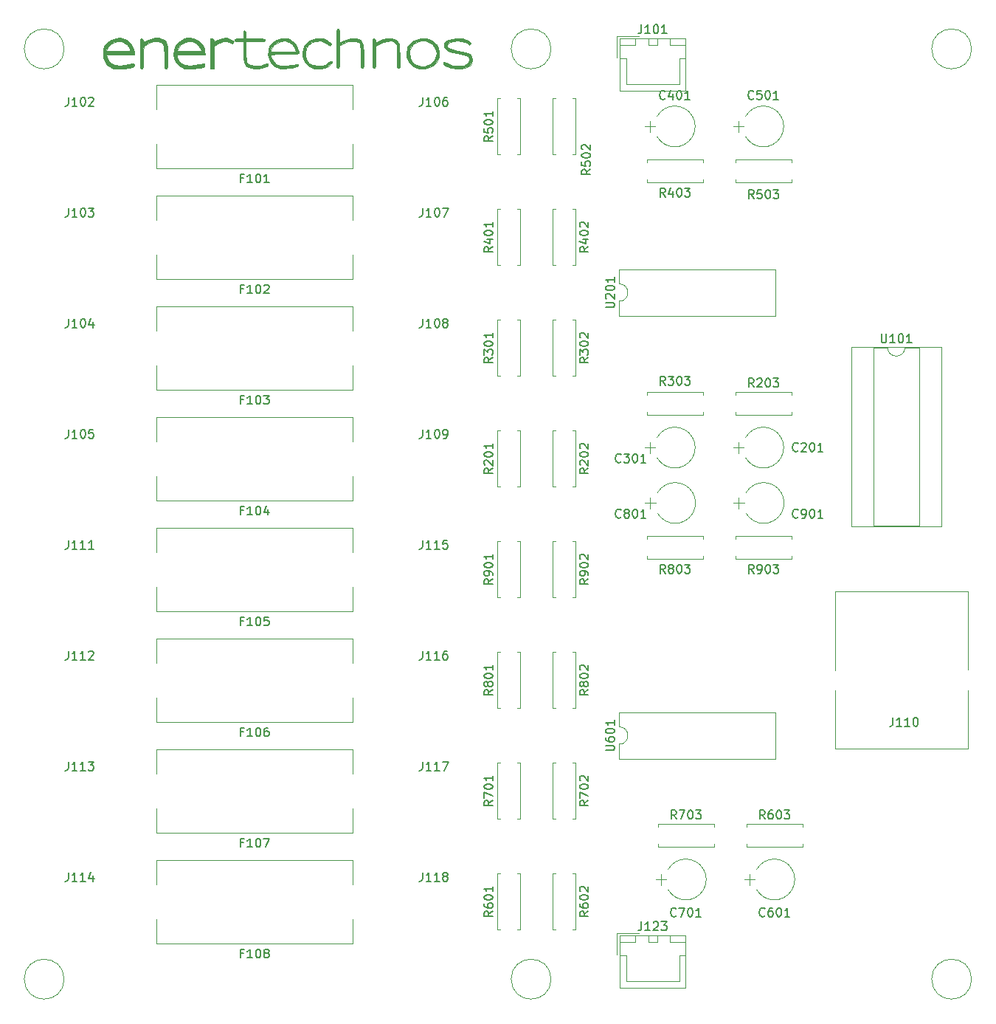
<source format=gbr>
G04 #@! TF.FileFunction,Legend,Top*
%FSLAX46Y46*%
G04 Gerber Fmt 4.6, Leading zero omitted, Abs format (unit mm)*
G04 Created by KiCad (PCBNEW 4.0.7) date 01/04/18 12:22:23*
%MOMM*%
%LPD*%
G01*
G04 APERTURE LIST*
%ADD10C,0.100000*%
%ADD11C,0.120000*%
%ADD12C,0.010000*%
%ADD13C,0.150000*%
G04 APERTURE END LIST*
D10*
D11*
X61976000Y3810000D02*
G75*
G03X61976000Y3810000I-2286000J0D01*
G01*
X61976000Y110490000D02*
G75*
G03X61976000Y110490000I-2286000J0D01*
G01*
X6096000Y110490000D02*
G75*
G03X6096000Y110490000I-2286000J0D01*
G01*
X110236000Y110490000D02*
G75*
G03X110236000Y110490000I-2286000J0D01*
G01*
X110236000Y3810000D02*
G75*
G03X110236000Y3810000I-2286000J0D01*
G01*
X16690000Y93700000D02*
X16690000Y90900000D01*
X16690000Y86900000D02*
X16690000Y84100000D01*
X39190000Y86900000D02*
X39190000Y84100000D01*
X39190000Y84100000D02*
X16690000Y84100000D01*
X39190000Y93700000D02*
X16690000Y93700000D01*
X39190000Y93700000D02*
X39190000Y90900000D01*
X16690000Y106400000D02*
X16690000Y103600000D01*
X16690000Y99600000D02*
X16690000Y96800000D01*
X39190000Y99600000D02*
X39190000Y96800000D01*
X39190000Y96800000D02*
X16690000Y96800000D01*
X39190000Y106400000D02*
X16690000Y106400000D01*
X39190000Y106400000D02*
X39190000Y103600000D01*
X94620000Y30230000D02*
X109860000Y30230000D01*
X109860000Y48260000D02*
X109850000Y39270000D01*
X109860000Y48260000D02*
X94620000Y48260000D01*
X94620000Y48260000D02*
X94620000Y39260000D01*
X109850000Y36930000D02*
X109860000Y30230000D01*
X94620000Y36940000D02*
X94620000Y30230000D01*
X102600000Y76260000D02*
G75*
G02X100600000Y76260000I-1000000J0D01*
G01*
X100600000Y76260000D02*
X98950000Y76260000D01*
X98950000Y76260000D02*
X98950000Y55820000D01*
X98950000Y55820000D02*
X104250000Y55820000D01*
X104250000Y55820000D02*
X104250000Y76260000D01*
X104250000Y76260000D02*
X102600000Y76260000D01*
X96460000Y76320000D02*
X96460000Y55760000D01*
X96460000Y55760000D02*
X106740000Y55760000D01*
X106740000Y55760000D02*
X106740000Y76320000D01*
X106740000Y76320000D02*
X96460000Y76320000D01*
X16690000Y68300000D02*
X16690000Y65500000D01*
X16690000Y61500000D02*
X16690000Y58700000D01*
X39190000Y61500000D02*
X39190000Y58700000D01*
X39190000Y58700000D02*
X16690000Y58700000D01*
X39190000Y68300000D02*
X16690000Y68300000D01*
X39190000Y68300000D02*
X39190000Y65500000D01*
X69790000Y32750000D02*
G75*
G02X69790000Y30750000I0J-1000000D01*
G01*
X69790000Y30750000D02*
X69790000Y29100000D01*
X69790000Y29100000D02*
X87690000Y29100000D01*
X87690000Y29100000D02*
X87690000Y34400000D01*
X87690000Y34400000D02*
X69790000Y34400000D01*
X69790000Y34400000D02*
X69790000Y32750000D01*
X56170000Y60290000D02*
X55840000Y60290000D01*
X55840000Y60290000D02*
X55840000Y66710000D01*
X55840000Y66710000D02*
X56170000Y66710000D01*
X58130000Y60290000D02*
X58460000Y60290000D01*
X58460000Y60290000D02*
X58460000Y66710000D01*
X58460000Y66710000D02*
X58130000Y66710000D01*
X64480000Y66710000D02*
X64810000Y66710000D01*
X64810000Y66710000D02*
X64810000Y60290000D01*
X64810000Y60290000D02*
X64480000Y60290000D01*
X62520000Y66710000D02*
X62190000Y66710000D01*
X62190000Y66710000D02*
X62190000Y60290000D01*
X62190000Y60290000D02*
X62520000Y60290000D01*
X56170000Y72990000D02*
X55840000Y72990000D01*
X55840000Y72990000D02*
X55840000Y79410000D01*
X55840000Y79410000D02*
X56170000Y79410000D01*
X58130000Y72990000D02*
X58460000Y72990000D01*
X58460000Y72990000D02*
X58460000Y79410000D01*
X58460000Y79410000D02*
X58130000Y79410000D01*
X64480000Y79410000D02*
X64810000Y79410000D01*
X64810000Y79410000D02*
X64810000Y72990000D01*
X64810000Y72990000D02*
X64480000Y72990000D01*
X62520000Y79410000D02*
X62190000Y79410000D01*
X62190000Y79410000D02*
X62190000Y72990000D01*
X62190000Y72990000D02*
X62520000Y72990000D01*
X56170000Y85690000D02*
X55840000Y85690000D01*
X55840000Y85690000D02*
X55840000Y92110000D01*
X55840000Y92110000D02*
X56170000Y92110000D01*
X58130000Y85690000D02*
X58460000Y85690000D01*
X58460000Y85690000D02*
X58460000Y92110000D01*
X58460000Y92110000D02*
X58130000Y92110000D01*
X64480000Y92110000D02*
X64810000Y92110000D01*
X64810000Y92110000D02*
X64810000Y85690000D01*
X64810000Y85690000D02*
X64480000Y85690000D01*
X62520000Y92110000D02*
X62190000Y92110000D01*
X62190000Y92110000D02*
X62190000Y85690000D01*
X62190000Y85690000D02*
X62520000Y85690000D01*
X56170000Y98390000D02*
X55840000Y98390000D01*
X55840000Y98390000D02*
X55840000Y104810000D01*
X55840000Y104810000D02*
X56170000Y104810000D01*
X58130000Y98390000D02*
X58460000Y98390000D01*
X58460000Y98390000D02*
X58460000Y104810000D01*
X58460000Y104810000D02*
X58130000Y104810000D01*
X64480000Y104810000D02*
X64810000Y104810000D01*
X64810000Y104810000D02*
X64810000Y98390000D01*
X64810000Y98390000D02*
X64480000Y98390000D01*
X62520000Y104810000D02*
X62190000Y104810000D01*
X62190000Y104810000D02*
X62190000Y98390000D01*
X62190000Y98390000D02*
X62520000Y98390000D01*
X56170000Y9490000D02*
X55840000Y9490000D01*
X55840000Y9490000D02*
X55840000Y15910000D01*
X55840000Y15910000D02*
X56170000Y15910000D01*
X58130000Y9490000D02*
X58460000Y9490000D01*
X58460000Y9490000D02*
X58460000Y15910000D01*
X58460000Y15910000D02*
X58130000Y15910000D01*
X64480000Y15910000D02*
X64810000Y15910000D01*
X64810000Y15910000D02*
X64810000Y9490000D01*
X64810000Y9490000D02*
X64480000Y9490000D01*
X62520000Y15910000D02*
X62190000Y15910000D01*
X62190000Y15910000D02*
X62190000Y9490000D01*
X62190000Y9490000D02*
X62520000Y9490000D01*
X56170000Y22190000D02*
X55840000Y22190000D01*
X55840000Y22190000D02*
X55840000Y28610000D01*
X55840000Y28610000D02*
X56170000Y28610000D01*
X58130000Y22190000D02*
X58460000Y22190000D01*
X58460000Y22190000D02*
X58460000Y28610000D01*
X58460000Y28610000D02*
X58130000Y28610000D01*
X64480000Y28610000D02*
X64810000Y28610000D01*
X64810000Y28610000D02*
X64810000Y22190000D01*
X64810000Y22190000D02*
X64480000Y22190000D01*
X62520000Y28610000D02*
X62190000Y28610000D01*
X62190000Y28610000D02*
X62190000Y22190000D01*
X62190000Y22190000D02*
X62520000Y22190000D01*
X56170000Y34890000D02*
X55840000Y34890000D01*
X55840000Y34890000D02*
X55840000Y41310000D01*
X55840000Y41310000D02*
X56170000Y41310000D01*
X58130000Y34890000D02*
X58460000Y34890000D01*
X58460000Y34890000D02*
X58460000Y41310000D01*
X58460000Y41310000D02*
X58130000Y41310000D01*
X64480000Y41310000D02*
X64810000Y41310000D01*
X64810000Y41310000D02*
X64810000Y34890000D01*
X64810000Y34890000D02*
X64480000Y34890000D01*
X62520000Y41310000D02*
X62190000Y41310000D01*
X62190000Y41310000D02*
X62190000Y34890000D01*
X62190000Y34890000D02*
X62520000Y34890000D01*
X56170000Y47590000D02*
X55840000Y47590000D01*
X55840000Y47590000D02*
X55840000Y54010000D01*
X55840000Y54010000D02*
X56170000Y54010000D01*
X58130000Y47590000D02*
X58460000Y47590000D01*
X58460000Y47590000D02*
X58460000Y54010000D01*
X58460000Y54010000D02*
X58130000Y54010000D01*
X64480000Y54010000D02*
X64810000Y54010000D01*
X64810000Y54010000D02*
X64810000Y47590000D01*
X64810000Y47590000D02*
X64480000Y47590000D01*
X62520000Y54010000D02*
X62190000Y54010000D01*
X62190000Y54010000D02*
X62190000Y47590000D01*
X62190000Y47590000D02*
X62520000Y47590000D01*
X69790000Y83550000D02*
G75*
G02X69790000Y81550000I0J-1000000D01*
G01*
X69790000Y81550000D02*
X69790000Y79900000D01*
X69790000Y79900000D02*
X87690000Y79900000D01*
X87690000Y79900000D02*
X87690000Y85200000D01*
X87690000Y85200000D02*
X69790000Y85200000D01*
X69790000Y85200000D02*
X69790000Y83550000D01*
X16690000Y81000000D02*
X16690000Y78200000D01*
X16690000Y74200000D02*
X16690000Y71400000D01*
X39190000Y74200000D02*
X39190000Y71400000D01*
X39190000Y71400000D02*
X16690000Y71400000D01*
X39190000Y81000000D02*
X16690000Y81000000D01*
X39190000Y81000000D02*
X39190000Y78200000D01*
X16690000Y55600000D02*
X16690000Y52800000D01*
X16690000Y48800000D02*
X16690000Y46000000D01*
X39190000Y48800000D02*
X39190000Y46000000D01*
X39190000Y46000000D02*
X16690000Y46000000D01*
X39190000Y55600000D02*
X16690000Y55600000D01*
X39190000Y55600000D02*
X39190000Y52800000D01*
X16690000Y42900000D02*
X16690000Y40100000D01*
X16690000Y36100000D02*
X16690000Y33300000D01*
X39190000Y36100000D02*
X39190000Y33300000D01*
X39190000Y33300000D02*
X16690000Y33300000D01*
X39190000Y42900000D02*
X16690000Y42900000D01*
X39190000Y42900000D02*
X39190000Y40100000D01*
X16690000Y30200000D02*
X16690000Y27400000D01*
X16690000Y23400000D02*
X16690000Y20600000D01*
X39190000Y23400000D02*
X39190000Y20600000D01*
X39190000Y20600000D02*
X16690000Y20600000D01*
X39190000Y30200000D02*
X16690000Y30200000D01*
X39190000Y30200000D02*
X39190000Y27400000D01*
X16690000Y17500000D02*
X16690000Y14700000D01*
X16690000Y10700000D02*
X16690000Y7900000D01*
X39190000Y10700000D02*
X39190000Y7900000D01*
X39190000Y7900000D02*
X16690000Y7900000D01*
X39190000Y17500000D02*
X16690000Y17500000D01*
X39190000Y17500000D02*
X39190000Y14700000D01*
D12*
G36*
X13048496Y111639541D02*
X13378657Y111472841D01*
X13673973Y111198343D01*
X13922311Y110824111D01*
X14088384Y110414464D01*
X14138506Y110087834D01*
X14139334Y109812667D01*
X10933821Y109812667D01*
X11009646Y109548279D01*
X11205048Y109120118D01*
X11511405Y108814630D01*
X11930202Y108631466D01*
X12462923Y108570277D01*
X13111052Y108630714D01*
X13876075Y108812428D01*
X13991167Y108847087D01*
X14104758Y108841971D01*
X14139169Y108706793D01*
X14139334Y108689236D01*
X14122045Y108577990D01*
X14046659Y108498390D01*
X13877893Y108429618D01*
X13580464Y108350853D01*
X13555719Y108344863D01*
X12915707Y108231939D01*
X12317828Y108205935D01*
X11798625Y108266144D01*
X11444247Y108385672D01*
X11047481Y108661751D01*
X10777632Y109039272D01*
X10628555Y109528623D01*
X10597483Y109816746D01*
X10600957Y110236000D01*
X10926191Y110236000D01*
X13692518Y110236000D01*
X13650992Y110453232D01*
X13530214Y110721240D01*
X13297764Y110989678D01*
X13004132Y111210216D01*
X12740264Y111324963D01*
X12278303Y111368450D01*
X11831636Y111267599D01*
X11437997Y111041131D01*
X11135124Y110707765D01*
X11014402Y110468834D01*
X10926191Y110236000D01*
X10600957Y110236000D01*
X10601722Y110328254D01*
X10689561Y110727172D01*
X10875069Y111055311D01*
X11091258Y111284193D01*
X11522748Y111567947D01*
X12021637Y111724135D01*
X12544646Y111749190D01*
X13048496Y111639541D01*
X13048496Y111639541D01*
G37*
X13048496Y111639541D02*
X13378657Y111472841D01*
X13673973Y111198343D01*
X13922311Y110824111D01*
X14088384Y110414464D01*
X14138506Y110087834D01*
X14139334Y109812667D01*
X10933821Y109812667D01*
X11009646Y109548279D01*
X11205048Y109120118D01*
X11511405Y108814630D01*
X11930202Y108631466D01*
X12462923Y108570277D01*
X13111052Y108630714D01*
X13876075Y108812428D01*
X13991167Y108847087D01*
X14104758Y108841971D01*
X14139169Y108706793D01*
X14139334Y108689236D01*
X14122045Y108577990D01*
X14046659Y108498390D01*
X13877893Y108429618D01*
X13580464Y108350853D01*
X13555719Y108344863D01*
X12915707Y108231939D01*
X12317828Y108205935D01*
X11798625Y108266144D01*
X11444247Y108385672D01*
X11047481Y108661751D01*
X10777632Y109039272D01*
X10628555Y109528623D01*
X10597483Y109816746D01*
X10600957Y110236000D01*
X10926191Y110236000D01*
X13692518Y110236000D01*
X13650992Y110453232D01*
X13530214Y110721240D01*
X13297764Y110989678D01*
X13004132Y111210216D01*
X12740264Y111324963D01*
X12278303Y111368450D01*
X11831636Y111267599D01*
X11437997Y111041131D01*
X11135124Y110707765D01*
X11014402Y110468834D01*
X10926191Y110236000D01*
X10600957Y110236000D01*
X10601722Y110328254D01*
X10689561Y110727172D01*
X10875069Y111055311D01*
X11091258Y111284193D01*
X11522748Y111567947D01*
X12021637Y111724135D01*
X12544646Y111749190D01*
X13048496Y111639541D01*
G36*
X17356662Y111647310D02*
X17367820Y111642122D01*
X17565005Y111534277D01*
X17712236Y111407187D01*
X17816664Y111235854D01*
X17885439Y110995285D01*
X17925708Y110660483D01*
X17944624Y110206452D01*
X17949334Y109609104D01*
X17948407Y109091853D01*
X17943705Y108720002D01*
X17932344Y108469620D01*
X17911440Y108316775D01*
X17878108Y108237536D01*
X17829464Y108207972D01*
X17780000Y108204000D01*
X17712477Y108212936D01*
X17665750Y108257244D01*
X17635991Y108363178D01*
X17619370Y108556992D01*
X17612058Y108864938D01*
X17610225Y109313270D01*
X17610195Y109368167D01*
X17602595Y109973873D01*
X17577203Y110433492D01*
X17529296Y110769764D01*
X17454152Y111005432D01*
X17347046Y111163235D01*
X17217603Y111258457D01*
X16888813Y111351670D01*
X16477584Y111343887D01*
X16034879Y111238405D01*
X15863129Y111170805D01*
X15602549Y111052952D01*
X15415329Y110946426D01*
X15289346Y110821940D01*
X15212476Y110650207D01*
X15172598Y110401942D01*
X15157588Y110047856D01*
X15155323Y109558663D01*
X15155334Y109460878D01*
X15154203Y108975690D01*
X15148541Y108634548D01*
X15134940Y108412169D01*
X15109995Y108283269D01*
X15070298Y108222564D01*
X15012445Y108204770D01*
X14986000Y108204000D01*
X14929096Y108210538D01*
X14886608Y108244519D01*
X14856436Y108327498D01*
X14836475Y108481029D01*
X14824623Y108726667D01*
X14818777Y109085965D01*
X14816834Y109580477D01*
X14816667Y109939667D01*
X14817305Y110522939D01*
X14820620Y110958433D01*
X14828715Y111267703D01*
X14843694Y111472302D01*
X14867659Y111593786D01*
X14902712Y111653708D01*
X14950957Y111673622D01*
X14986000Y111675334D01*
X15118465Y111626100D01*
X15155334Y111462241D01*
X15155334Y111249148D01*
X15598184Y111473557D01*
X16053602Y111648533D01*
X16534031Y111739202D01*
X16986155Y111740488D01*
X17356662Y111647310D01*
X17356662Y111647310D01*
G37*
X17356662Y111647310D02*
X17367820Y111642122D01*
X17565005Y111534277D01*
X17712236Y111407187D01*
X17816664Y111235854D01*
X17885439Y110995285D01*
X17925708Y110660483D01*
X17944624Y110206452D01*
X17949334Y109609104D01*
X17948407Y109091853D01*
X17943705Y108720002D01*
X17932344Y108469620D01*
X17911440Y108316775D01*
X17878108Y108237536D01*
X17829464Y108207972D01*
X17780000Y108204000D01*
X17712477Y108212936D01*
X17665750Y108257244D01*
X17635991Y108363178D01*
X17619370Y108556992D01*
X17612058Y108864938D01*
X17610225Y109313270D01*
X17610195Y109368167D01*
X17602595Y109973873D01*
X17577203Y110433492D01*
X17529296Y110769764D01*
X17454152Y111005432D01*
X17347046Y111163235D01*
X17217603Y111258457D01*
X16888813Y111351670D01*
X16477584Y111343887D01*
X16034879Y111238405D01*
X15863129Y111170805D01*
X15602549Y111052952D01*
X15415329Y110946426D01*
X15289346Y110821940D01*
X15212476Y110650207D01*
X15172598Y110401942D01*
X15157588Y110047856D01*
X15155323Y109558663D01*
X15155334Y109460878D01*
X15154203Y108975690D01*
X15148541Y108634548D01*
X15134940Y108412169D01*
X15109995Y108283269D01*
X15070298Y108222564D01*
X15012445Y108204770D01*
X14986000Y108204000D01*
X14929096Y108210538D01*
X14886608Y108244519D01*
X14856436Y108327498D01*
X14836475Y108481029D01*
X14824623Y108726667D01*
X14818777Y109085965D01*
X14816834Y109580477D01*
X14816667Y109939667D01*
X14817305Y110522939D01*
X14820620Y110958433D01*
X14828715Y111267703D01*
X14843694Y111472302D01*
X14867659Y111593786D01*
X14902712Y111653708D01*
X14950957Y111673622D01*
X14986000Y111675334D01*
X15118465Y111626100D01*
X15155334Y111462241D01*
X15155334Y111249148D01*
X15598184Y111473557D01*
X16053602Y111648533D01*
X16534031Y111739202D01*
X16986155Y111740488D01*
X17356662Y111647310D01*
G36*
X20612572Y111739310D02*
X21161373Y111620337D01*
X21612989Y111366578D01*
X21954855Y110989922D01*
X22174401Y110502258D01*
X22236903Y110202604D01*
X22290350Y109812667D01*
X19031643Y109812667D01*
X19088784Y109584998D01*
X19272071Y109164780D01*
X19577581Y108854244D01*
X19995599Y108656933D01*
X20516406Y108576391D01*
X21130286Y108616161D01*
X21526500Y108696083D01*
X21830808Y108763609D01*
X22060143Y108800051D01*
X22175872Y108799763D01*
X22182667Y108791948D01*
X22210088Y108659961D01*
X22228422Y108606614D01*
X22185182Y108514271D01*
X22005542Y108427296D01*
X21722429Y108349815D01*
X21368772Y108285958D01*
X20977499Y108239852D01*
X20581537Y108215627D01*
X20213816Y108217409D01*
X19907263Y108249328D01*
X19739624Y108294589D01*
X19297131Y108557681D01*
X18958529Y108934973D01*
X18738605Y109396671D01*
X18652145Y109912981D01*
X18688110Y110281707D01*
X19050000Y110281707D01*
X19130007Y110266473D01*
X19351393Y110253392D01*
X19686212Y110243380D01*
X20106514Y110237355D01*
X20442596Y110236000D01*
X21835192Y110236000D01*
X21745700Y110492717D01*
X21527035Y110891204D01*
X21204776Y111171607D01*
X20803715Y111326255D01*
X20348643Y111347475D01*
X19864354Y111227596D01*
X19664664Y111136688D01*
X19488592Y110996352D01*
X19300473Y110775983D01*
X19142207Y110533864D01*
X19055698Y110328280D01*
X19050000Y110281707D01*
X18688110Y110281707D01*
X18698836Y110391667D01*
X18886295Y110891083D01*
X19203680Y111283584D01*
X19624408Y111561972D01*
X19912412Y111688475D01*
X20160153Y111746116D01*
X20452727Y111750167D01*
X20612572Y111739310D01*
X20612572Y111739310D01*
G37*
X20612572Y111739310D02*
X21161373Y111620337D01*
X21612989Y111366578D01*
X21954855Y110989922D01*
X22174401Y110502258D01*
X22236903Y110202604D01*
X22290350Y109812667D01*
X19031643Y109812667D01*
X19088784Y109584998D01*
X19272071Y109164780D01*
X19577581Y108854244D01*
X19995599Y108656933D01*
X20516406Y108576391D01*
X21130286Y108616161D01*
X21526500Y108696083D01*
X21830808Y108763609D01*
X22060143Y108800051D01*
X22175872Y108799763D01*
X22182667Y108791948D01*
X22210088Y108659961D01*
X22228422Y108606614D01*
X22185182Y108514271D01*
X22005542Y108427296D01*
X21722429Y108349815D01*
X21368772Y108285958D01*
X20977499Y108239852D01*
X20581537Y108215627D01*
X20213816Y108217409D01*
X19907263Y108249328D01*
X19739624Y108294589D01*
X19297131Y108557681D01*
X18958529Y108934973D01*
X18738605Y109396671D01*
X18652145Y109912981D01*
X18688110Y110281707D01*
X19050000Y110281707D01*
X19130007Y110266473D01*
X19351393Y110253392D01*
X19686212Y110243380D01*
X20106514Y110237355D01*
X20442596Y110236000D01*
X21835192Y110236000D01*
X21745700Y110492717D01*
X21527035Y110891204D01*
X21204776Y111171607D01*
X20803715Y111326255D01*
X20348643Y111347475D01*
X19864354Y111227596D01*
X19664664Y111136688D01*
X19488592Y110996352D01*
X19300473Y110775983D01*
X19142207Y110533864D01*
X19055698Y110328280D01*
X19050000Y110281707D01*
X18688110Y110281707D01*
X18698836Y110391667D01*
X18886295Y110891083D01*
X19203680Y111283584D01*
X19624408Y111561972D01*
X19912412Y111688475D01*
X20160153Y111746116D01*
X20452727Y111750167D01*
X20612572Y111739310D01*
G36*
X25196206Y111623588D02*
X25198071Y111622705D01*
X25446895Y111483248D01*
X25544908Y111362902D01*
X25505803Y111240638D01*
X25471596Y111202644D01*
X25375283Y111140240D01*
X25245841Y111152309D01*
X25029936Y111245190D01*
X25003220Y111258333D01*
X24753629Y111363925D01*
X24548573Y111386704D01*
X24291231Y111337092D01*
X24285476Y111335587D01*
X23965289Y111221074D01*
X23649169Y111062848D01*
X23600834Y111032821D01*
X23283334Y110826265D01*
X23283334Y108204000D01*
X22860000Y108204000D01*
X22860000Y111675334D01*
X23071667Y111675334D01*
X23238401Y111634932D01*
X23283334Y111509896D01*
X23292689Y111421578D01*
X23345013Y111396504D01*
X23476697Y111438071D01*
X23724129Y111549677D01*
X23727834Y111551402D01*
X24246845Y111720682D01*
X24746893Y111745258D01*
X25196206Y111623588D01*
X25196206Y111623588D01*
G37*
X25196206Y111623588D02*
X25198071Y111622705D01*
X25446895Y111483248D01*
X25544908Y111362902D01*
X25505803Y111240638D01*
X25471596Y111202644D01*
X25375283Y111140240D01*
X25245841Y111152309D01*
X25029936Y111245190D01*
X25003220Y111258333D01*
X24753629Y111363925D01*
X24548573Y111386704D01*
X24291231Y111337092D01*
X24285476Y111335587D01*
X23965289Y111221074D01*
X23649169Y111062848D01*
X23600834Y111032821D01*
X23283334Y110826265D01*
X23283334Y108204000D01*
X22860000Y108204000D01*
X22860000Y111675334D01*
X23071667Y111675334D01*
X23238401Y111634932D01*
X23283334Y111509896D01*
X23292689Y111421578D01*
X23345013Y111396504D01*
X23476697Y111438071D01*
X23724129Y111549677D01*
X23727834Y111551402D01*
X24246845Y111720682D01*
X24746893Y111745258D01*
X25196206Y111623588D01*
G36*
X26873589Y112564861D02*
X26913020Y112418164D01*
X26924000Y112141000D01*
X26924000Y111675334D01*
X28024667Y111675334D01*
X28474008Y111673898D01*
X28781008Y111666821D01*
X28972652Y111649953D01*
X29075925Y111619141D01*
X29117814Y111570235D01*
X29125334Y111506000D01*
X29116043Y111437043D01*
X29070233Y111389867D01*
X28960998Y111360356D01*
X28761429Y111344397D01*
X28444620Y111337873D01*
X28018107Y111336667D01*
X26910880Y111336667D01*
X26938607Y110202282D01*
X26957690Y109679252D01*
X26992252Y109297426D01*
X27052478Y109028760D01*
X27148550Y108845207D01*
X27290653Y108718722D01*
X27488970Y108621259D01*
X27516667Y108610323D01*
X27854609Y108538961D01*
X28274902Y108534235D01*
X28706053Y108592036D01*
X29055046Y108698716D01*
X29291388Y108794211D01*
X29419144Y108819312D01*
X29482108Y108777477D01*
X29502414Y108734018D01*
X29478985Y108592493D01*
X29318536Y108463852D01*
X29053296Y108355578D01*
X28715491Y108275154D01*
X28337351Y108230064D01*
X27951102Y108227789D01*
X27588973Y108275813D01*
X27559000Y108282777D01*
X27248904Y108379355D01*
X27018651Y108513936D01*
X26857033Y108710511D01*
X26752841Y108993069D01*
X26694867Y109385599D01*
X26671903Y109912093D01*
X26670000Y110185564D01*
X26670000Y111336667D01*
X26162000Y111336667D01*
X25878272Y111342846D01*
X25724960Y111369987D01*
X25663339Y111431000D01*
X25654000Y111506000D01*
X25672536Y111600577D01*
X25753960Y111651681D01*
X25936998Y111672221D01*
X26162000Y111675334D01*
X26670000Y111675334D01*
X26670000Y112141000D01*
X26681402Y112421825D01*
X26721410Y112566406D01*
X26797000Y112606667D01*
X26873589Y112564861D01*
X26873589Y112564861D01*
G37*
X26873589Y112564861D02*
X26913020Y112418164D01*
X26924000Y112141000D01*
X26924000Y111675334D01*
X28024667Y111675334D01*
X28474008Y111673898D01*
X28781008Y111666821D01*
X28972652Y111649953D01*
X29075925Y111619141D01*
X29117814Y111570235D01*
X29125334Y111506000D01*
X29116043Y111437043D01*
X29070233Y111389867D01*
X28960998Y111360356D01*
X28761429Y111344397D01*
X28444620Y111337873D01*
X28018107Y111336667D01*
X26910880Y111336667D01*
X26938607Y110202282D01*
X26957690Y109679252D01*
X26992252Y109297426D01*
X27052478Y109028760D01*
X27148550Y108845207D01*
X27290653Y108718722D01*
X27488970Y108621259D01*
X27516667Y108610323D01*
X27854609Y108538961D01*
X28274902Y108534235D01*
X28706053Y108592036D01*
X29055046Y108698716D01*
X29291388Y108794211D01*
X29419144Y108819312D01*
X29482108Y108777477D01*
X29502414Y108734018D01*
X29478985Y108592493D01*
X29318536Y108463852D01*
X29053296Y108355578D01*
X28715491Y108275154D01*
X28337351Y108230064D01*
X27951102Y108227789D01*
X27588973Y108275813D01*
X27559000Y108282777D01*
X27248904Y108379355D01*
X27018651Y108513936D01*
X26857033Y108710511D01*
X26752841Y108993069D01*
X26694867Y109385599D01*
X26671903Y109912093D01*
X26670000Y110185564D01*
X26670000Y111336667D01*
X26162000Y111336667D01*
X25878272Y111342846D01*
X25724960Y111369987D01*
X25663339Y111431000D01*
X25654000Y111506000D01*
X25672536Y111600577D01*
X25753960Y111651681D01*
X25936998Y111672221D01*
X26162000Y111675334D01*
X26670000Y111675334D01*
X26670000Y112141000D01*
X26681402Y112421825D01*
X26721410Y112566406D01*
X26797000Y112606667D01*
X26873589Y112564861D01*
G36*
X31656856Y111665694D02*
X31993098Y111570118D01*
X32304682Y111377901D01*
X32459348Y111249703D01*
X32753579Y110885635D01*
X32892087Y110551331D01*
X32960424Y110327022D01*
X33000280Y110160680D01*
X32992140Y110043685D01*
X32916489Y109967418D01*
X32753812Y109923260D01*
X32484593Y109902592D01*
X32089319Y109896796D01*
X31548473Y109897251D01*
X31411334Y109897334D01*
X30834261Y109896963D01*
X30406979Y109891721D01*
X30109951Y109875414D01*
X29923639Y109841850D01*
X29828507Y109784835D01*
X29805016Y109698176D01*
X29833631Y109575679D01*
X29892973Y109416012D01*
X30112650Y109048646D01*
X30449912Y108742055D01*
X30601099Y108651554D01*
X30878248Y108569211D01*
X31266375Y108534672D01*
X31714125Y108547556D01*
X32170142Y108607483D01*
X32423396Y108665055D01*
X32718178Y108738067D01*
X32879384Y108753351D01*
X32933945Y108707131D01*
X32909289Y108596918D01*
X32794628Y108502428D01*
X32550743Y108413953D01*
X32217745Y108337222D01*
X31835743Y108277969D01*
X31444847Y108241924D01*
X31085168Y108234818D01*
X30796814Y108262384D01*
X30714023Y108283227D01*
X30225316Y108521058D01*
X29855158Y108870353D01*
X29613545Y109312613D01*
X29510472Y109829340D01*
X29536033Y110151334D01*
X29784310Y110151334D01*
X32699691Y110151334D01*
X32641587Y110384167D01*
X32494487Y110714578D01*
X32248046Y111028054D01*
X31957130Y111259357D01*
X31868559Y111303317D01*
X31418318Y111411366D01*
X30964501Y111381061D01*
X30541951Y111228289D01*
X30185515Y110968940D01*
X29930037Y110618901D01*
X29841451Y110379003D01*
X29784310Y110151334D01*
X29536033Y110151334D01*
X29555935Y110402037D01*
X29559628Y110419563D01*
X29741627Y110898684D01*
X30050783Y111276076D01*
X30470031Y111538744D01*
X30982306Y111673694D01*
X31227012Y111689220D01*
X31656856Y111665694D01*
X31656856Y111665694D01*
G37*
X31656856Y111665694D02*
X31993098Y111570118D01*
X32304682Y111377901D01*
X32459348Y111249703D01*
X32753579Y110885635D01*
X32892087Y110551331D01*
X32960424Y110327022D01*
X33000280Y110160680D01*
X32992140Y110043685D01*
X32916489Y109967418D01*
X32753812Y109923260D01*
X32484593Y109902592D01*
X32089319Y109896796D01*
X31548473Y109897251D01*
X31411334Y109897334D01*
X30834261Y109896963D01*
X30406979Y109891721D01*
X30109951Y109875414D01*
X29923639Y109841850D01*
X29828507Y109784835D01*
X29805016Y109698176D01*
X29833631Y109575679D01*
X29892973Y109416012D01*
X30112650Y109048646D01*
X30449912Y108742055D01*
X30601099Y108651554D01*
X30878248Y108569211D01*
X31266375Y108534672D01*
X31714125Y108547556D01*
X32170142Y108607483D01*
X32423396Y108665055D01*
X32718178Y108738067D01*
X32879384Y108753351D01*
X32933945Y108707131D01*
X32909289Y108596918D01*
X32794628Y108502428D01*
X32550743Y108413953D01*
X32217745Y108337222D01*
X31835743Y108277969D01*
X31444847Y108241924D01*
X31085168Y108234818D01*
X30796814Y108262384D01*
X30714023Y108283227D01*
X30225316Y108521058D01*
X29855158Y108870353D01*
X29613545Y109312613D01*
X29510472Y109829340D01*
X29536033Y110151334D01*
X29784310Y110151334D01*
X32699691Y110151334D01*
X32641587Y110384167D01*
X32494487Y110714578D01*
X32248046Y111028054D01*
X31957130Y111259357D01*
X31868559Y111303317D01*
X31418318Y111411366D01*
X30964501Y111381061D01*
X30541951Y111228289D01*
X30185515Y110968940D01*
X29930037Y110618901D01*
X29841451Y110379003D01*
X29784310Y110151334D01*
X29536033Y110151334D01*
X29555935Y110402037D01*
X29559628Y110419563D01*
X29741627Y110898684D01*
X30050783Y111276076D01*
X30470031Y111538744D01*
X30982306Y111673694D01*
X31227012Y111689220D01*
X31656856Y111665694D01*
G36*
X35829080Y111667756D02*
X35992728Y111632615D01*
X36215791Y111531961D01*
X36447355Y111379031D01*
X36638349Y111212396D01*
X36739701Y111070630D01*
X36745334Y111041022D01*
X36694992Y110894507D01*
X36561802Y110878074D01*
X36372512Y110992726D01*
X36336287Y111025699D01*
X35941358Y111291532D01*
X35483711Y111414027D01*
X34996568Y111389377D01*
X34545730Y111230834D01*
X34137123Y110938967D01*
X33871201Y110561930D01*
X33755521Y110115709D01*
X33792626Y109637995D01*
X33968597Y109173856D01*
X34259578Y108833832D01*
X34664715Y108618548D01*
X35183156Y108528631D01*
X35308969Y108525734D01*
X35720562Y108555095D01*
X36040355Y108660746D01*
X36338351Y108869038D01*
X36422779Y108945010D01*
X36642535Y109093609D01*
X36796056Y109101497D01*
X36873383Y109051345D01*
X36852919Y108968800D01*
X36722280Y108815166D01*
X36695277Y108786607D01*
X36475540Y108586242D01*
X36250256Y108425111D01*
X36213780Y108404700D01*
X35942972Y108315667D01*
X35573045Y108259072D01*
X35171905Y108239474D01*
X34807455Y108261436D01*
X34628667Y108298236D01*
X34158008Y108522327D01*
X33795413Y108867794D01*
X33554502Y109315464D01*
X33448897Y109846160D01*
X33445193Y109964207D01*
X33519178Y110501076D01*
X33743236Y110961369D01*
X34113388Y111338800D01*
X34446303Y111544812D01*
X34712473Y111628065D01*
X35077217Y111678893D01*
X35472198Y111693417D01*
X35829080Y111667756D01*
X35829080Y111667756D01*
G37*
X35829080Y111667756D02*
X35992728Y111632615D01*
X36215791Y111531961D01*
X36447355Y111379031D01*
X36638349Y111212396D01*
X36739701Y111070630D01*
X36745334Y111041022D01*
X36694992Y110894507D01*
X36561802Y110878074D01*
X36372512Y110992726D01*
X36336287Y111025699D01*
X35941358Y111291532D01*
X35483711Y111414027D01*
X34996568Y111389377D01*
X34545730Y111230834D01*
X34137123Y110938967D01*
X33871201Y110561930D01*
X33755521Y110115709D01*
X33792626Y109637995D01*
X33968597Y109173856D01*
X34259578Y108833832D01*
X34664715Y108618548D01*
X35183156Y108528631D01*
X35308969Y108525734D01*
X35720562Y108555095D01*
X36040355Y108660746D01*
X36338351Y108869038D01*
X36422779Y108945010D01*
X36642535Y109093609D01*
X36796056Y109101497D01*
X36873383Y109051345D01*
X36852919Y108968800D01*
X36722280Y108815166D01*
X36695277Y108786607D01*
X36475540Y108586242D01*
X36250256Y108425111D01*
X36213780Y108404700D01*
X35942972Y108315667D01*
X35573045Y108259072D01*
X35171905Y108239474D01*
X34807455Y108261436D01*
X34628667Y108298236D01*
X34158008Y108522327D01*
X33795413Y108867794D01*
X33554502Y109315464D01*
X33448897Y109846160D01*
X33445193Y109964207D01*
X33519178Y110501076D01*
X33743236Y110961369D01*
X34113388Y111338800D01*
X34446303Y111544812D01*
X34712473Y111628065D01*
X35077217Y111678893D01*
X35472198Y111693417D01*
X35829080Y111667756D01*
G36*
X47996908Y111592118D02*
X48429690Y111381641D01*
X48774874Y111060340D01*
X48832238Y110980087D01*
X49005007Y110595048D01*
X49093691Y110126940D01*
X49090872Y109643676D01*
X49016931Y109289306D01*
X48802838Y108895849D01*
X48464477Y108579852D01*
X48033895Y108353669D01*
X47543141Y108229655D01*
X47024264Y108220163D01*
X46529229Y108330333D01*
X46100031Y108530796D01*
X45788379Y108800509D01*
X45565670Y109140290D01*
X45455387Y109385128D01*
X45403226Y109619454D01*
X45397143Y109915356D01*
X45400544Y109979529D01*
X45700462Y109979529D01*
X45775395Y109479243D01*
X45992427Y109064502D01*
X46339908Y108749896D01*
X46806188Y108550015D01*
X46850994Y108538767D01*
X47080465Y108488353D01*
X47248231Y108474574D01*
X47433587Y108498478D01*
X47665636Y108549538D01*
X48140602Y108733740D01*
X48501348Y109036668D01*
X48728254Y109426658D01*
X48827476Y109890319D01*
X48779047Y110325315D01*
X48604356Y110713015D01*
X48324786Y111034787D01*
X47961726Y111271999D01*
X47536560Y111406018D01*
X47070675Y111418212D01*
X46588213Y111291105D01*
X46155931Y111038496D01*
X45868679Y110699615D01*
X45722366Y110268416D01*
X45700462Y109979529D01*
X45400544Y109979529D01*
X45406538Y110092579D01*
X45442254Y110440992D01*
X45508611Y110686475D01*
X45626860Y110895170D01*
X45692193Y110981579D01*
X46060181Y111325463D01*
X46508165Y111558443D01*
X47002627Y111680535D01*
X47510048Y111691755D01*
X47996908Y111592118D01*
X47996908Y111592118D01*
G37*
X47996908Y111592118D02*
X48429690Y111381641D01*
X48774874Y111060340D01*
X48832238Y110980087D01*
X49005007Y110595048D01*
X49093691Y110126940D01*
X49090872Y109643676D01*
X49016931Y109289306D01*
X48802838Y108895849D01*
X48464477Y108579852D01*
X48033895Y108353669D01*
X47543141Y108229655D01*
X47024264Y108220163D01*
X46529229Y108330333D01*
X46100031Y108530796D01*
X45788379Y108800509D01*
X45565670Y109140290D01*
X45455387Y109385128D01*
X45403226Y109619454D01*
X45397143Y109915356D01*
X45400544Y109979529D01*
X45700462Y109979529D01*
X45775395Y109479243D01*
X45992427Y109064502D01*
X46339908Y108749896D01*
X46806188Y108550015D01*
X46850994Y108538767D01*
X47080465Y108488353D01*
X47248231Y108474574D01*
X47433587Y108498478D01*
X47665636Y108549538D01*
X48140602Y108733740D01*
X48501348Y109036668D01*
X48728254Y109426658D01*
X48827476Y109890319D01*
X48779047Y110325315D01*
X48604356Y110713015D01*
X48324786Y111034787D01*
X47961726Y111271999D01*
X47536560Y111406018D01*
X47070675Y111418212D01*
X46588213Y111291105D01*
X46155931Y111038496D01*
X45868679Y110699615D01*
X45722366Y110268416D01*
X45700462Y109979529D01*
X45400544Y109979529D01*
X45406538Y110092579D01*
X45442254Y110440992D01*
X45508611Y110686475D01*
X45626860Y110895170D01*
X45692193Y110981579D01*
X46060181Y111325463D01*
X46508165Y111558443D01*
X47002627Y111680535D01*
X47510048Y111691755D01*
X47996908Y111592118D01*
G36*
X51795139Y111656230D02*
X52272367Y111544586D01*
X52603651Y111353018D01*
X52649835Y111307993D01*
X52769257Y111159694D01*
X52771468Y111065436D01*
X52715358Y111006597D01*
X52595681Y110949361D01*
X52532759Y111002705D01*
X52361826Y111150414D01*
X52068819Y111278817D01*
X51700942Y111372894D01*
X51305401Y111417625D01*
X51223334Y111419343D01*
X50738444Y111382429D01*
X50371608Y111272724D01*
X50137671Y111096860D01*
X50054010Y110897008D01*
X50072765Y110734180D01*
X50183450Y110601209D01*
X50405043Y110488677D01*
X50756522Y110387165D01*
X51256862Y110287255D01*
X51296555Y110280320D01*
X51785063Y110189054D01*
X52140031Y110104044D01*
X52396278Y110013405D01*
X52588622Y109905248D01*
X52726167Y109792269D01*
X52875120Y109547741D01*
X52921081Y109231176D01*
X52863110Y108905659D01*
X52742682Y108682984D01*
X52482646Y108473584D01*
X52100842Y108322542D01*
X51636602Y108236055D01*
X51129255Y108220320D01*
X50618135Y108281535D01*
X50448517Y108321506D01*
X50073883Y108451208D01*
X49797049Y108604740D01*
X49637709Y108765685D01*
X49615559Y108917623D01*
X49657676Y108980787D01*
X49749328Y108968061D01*
X49945845Y108892317D01*
X50177607Y108783232D01*
X50474548Y108649498D01*
X50744821Y108575964D01*
X51064203Y108546392D01*
X51298765Y108542984D01*
X51696888Y108557141D01*
X51978294Y108605255D01*
X52193774Y108696482D01*
X52212763Y108707786D01*
X52490761Y108938357D01*
X52622598Y109187689D01*
X52604149Y109431899D01*
X52431291Y109647103D01*
X52381079Y109682465D01*
X52227716Y109744216D01*
X51947621Y109823356D01*
X51581109Y109909546D01*
X51182304Y109989893D01*
X50732870Y110077806D01*
X50416466Y110153741D01*
X50198455Y110229410D01*
X50044198Y110316526D01*
X49933470Y110412171D01*
X49742138Y110703506D01*
X49706655Y111020755D01*
X49781530Y111247385D01*
X49956453Y111416119D01*
X50264176Y111553267D01*
X50669396Y111647614D01*
X51136810Y111687947D01*
X51170033Y111688448D01*
X51795139Y111656230D01*
X51795139Y111656230D01*
G37*
X51795139Y111656230D02*
X52272367Y111544586D01*
X52603651Y111353018D01*
X52649835Y111307993D01*
X52769257Y111159694D01*
X52771468Y111065436D01*
X52715358Y111006597D01*
X52595681Y110949361D01*
X52532759Y111002705D01*
X52361826Y111150414D01*
X52068819Y111278817D01*
X51700942Y111372894D01*
X51305401Y111417625D01*
X51223334Y111419343D01*
X50738444Y111382429D01*
X50371608Y111272724D01*
X50137671Y111096860D01*
X50054010Y110897008D01*
X50072765Y110734180D01*
X50183450Y110601209D01*
X50405043Y110488677D01*
X50756522Y110387165D01*
X51256862Y110287255D01*
X51296555Y110280320D01*
X51785063Y110189054D01*
X52140031Y110104044D01*
X52396278Y110013405D01*
X52588622Y109905248D01*
X52726167Y109792269D01*
X52875120Y109547741D01*
X52921081Y109231176D01*
X52863110Y108905659D01*
X52742682Y108682984D01*
X52482646Y108473584D01*
X52100842Y108322542D01*
X51636602Y108236055D01*
X51129255Y108220320D01*
X50618135Y108281535D01*
X50448517Y108321506D01*
X50073883Y108451208D01*
X49797049Y108604740D01*
X49637709Y108765685D01*
X49615559Y108917623D01*
X49657676Y108980787D01*
X49749328Y108968061D01*
X49945845Y108892317D01*
X50177607Y108783232D01*
X50474548Y108649498D01*
X50744821Y108575964D01*
X51064203Y108546392D01*
X51298765Y108542984D01*
X51696888Y108557141D01*
X51978294Y108605255D01*
X52193774Y108696482D01*
X52212763Y108707786D01*
X52490761Y108938357D01*
X52622598Y109187689D01*
X52604149Y109431899D01*
X52431291Y109647103D01*
X52381079Y109682465D01*
X52227716Y109744216D01*
X51947621Y109823356D01*
X51581109Y109909546D01*
X51182304Y109989893D01*
X50732870Y110077806D01*
X50416466Y110153741D01*
X50198455Y110229410D01*
X50044198Y110316526D01*
X49933470Y110412171D01*
X49742138Y110703506D01*
X49706655Y111020755D01*
X49781530Y111247385D01*
X49956453Y111416119D01*
X50264176Y111553267D01*
X50669396Y111647614D01*
X51136810Y111687947D01*
X51170033Y111688448D01*
X51795139Y111656230D01*
G36*
X37586275Y112763776D02*
X37635992Y112706088D01*
X37663172Y112571414D01*
X37674499Y112328231D01*
X37676667Y111977627D01*
X37676667Y111179254D01*
X38036500Y111378640D01*
X38480863Y111563770D01*
X38977646Y111674223D01*
X39451374Y111695876D01*
X39622973Y111675522D01*
X39898845Y111604458D01*
X40109016Y111491131D01*
X40261951Y111314424D01*
X40366117Y111053223D01*
X40429981Y110686413D01*
X40462008Y110192877D01*
X40470667Y109561387D01*
X40469561Y109072687D01*
X40464016Y108728189D01*
X40450688Y108502765D01*
X40426234Y108371286D01*
X40387311Y108308625D01*
X40330574Y108289652D01*
X40301334Y108288667D01*
X40237270Y108296750D01*
X40191789Y108337464D01*
X40161718Y108435509D01*
X40143883Y108615587D01*
X40135111Y108902395D01*
X40132226Y109320635D01*
X40132000Y109606567D01*
X40126939Y110072285D01*
X40112986Y110486132D01*
X40091987Y110814792D01*
X40065788Y111024948D01*
X40050569Y111076621D01*
X39856164Y111271302D01*
X39550657Y111379190D01*
X39168565Y111399919D01*
X38744401Y111333124D01*
X38312682Y111178439D01*
X38154132Y111096710D01*
X37719000Y110850993D01*
X37695628Y109569830D01*
X37685452Y109078935D01*
X37673295Y108732371D01*
X37655439Y108505142D01*
X37628168Y108372255D01*
X37587766Y108308716D01*
X37530516Y108289530D01*
X37505128Y108288667D01*
X37454941Y108294487D01*
X37415955Y108324591D01*
X37386756Y108397941D01*
X37365934Y108533502D01*
X37352074Y108750237D01*
X37343765Y109067111D01*
X37339594Y109503087D01*
X37338148Y110077130D01*
X37338000Y110532334D01*
X37338408Y111205992D01*
X37340586Y111729288D01*
X37345967Y112121195D01*
X37355981Y112400684D01*
X37372062Y112586728D01*
X37395640Y112698297D01*
X37428147Y112754364D01*
X37471016Y112773901D01*
X37507334Y112776000D01*
X37586275Y112763776D01*
X37586275Y112763776D01*
G37*
X37586275Y112763776D02*
X37635992Y112706088D01*
X37663172Y112571414D01*
X37674499Y112328231D01*
X37676667Y111977627D01*
X37676667Y111179254D01*
X38036500Y111378640D01*
X38480863Y111563770D01*
X38977646Y111674223D01*
X39451374Y111695876D01*
X39622973Y111675522D01*
X39898845Y111604458D01*
X40109016Y111491131D01*
X40261951Y111314424D01*
X40366117Y111053223D01*
X40429981Y110686413D01*
X40462008Y110192877D01*
X40470667Y109561387D01*
X40469561Y109072687D01*
X40464016Y108728189D01*
X40450688Y108502765D01*
X40426234Y108371286D01*
X40387311Y108308625D01*
X40330574Y108289652D01*
X40301334Y108288667D01*
X40237270Y108296750D01*
X40191789Y108337464D01*
X40161718Y108435509D01*
X40143883Y108615587D01*
X40135111Y108902395D01*
X40132226Y109320635D01*
X40132000Y109606567D01*
X40126939Y110072285D01*
X40112986Y110486132D01*
X40091987Y110814792D01*
X40065788Y111024948D01*
X40050569Y111076621D01*
X39856164Y111271302D01*
X39550657Y111379190D01*
X39168565Y111399919D01*
X38744401Y111333124D01*
X38312682Y111178439D01*
X38154132Y111096710D01*
X37719000Y110850993D01*
X37695628Y109569830D01*
X37685452Y109078935D01*
X37673295Y108732371D01*
X37655439Y108505142D01*
X37628168Y108372255D01*
X37587766Y108308716D01*
X37530516Y108289530D01*
X37505128Y108288667D01*
X37454941Y108294487D01*
X37415955Y108324591D01*
X37386756Y108397941D01*
X37365934Y108533502D01*
X37352074Y108750237D01*
X37343765Y109067111D01*
X37339594Y109503087D01*
X37338148Y110077130D01*
X37338000Y110532334D01*
X37338408Y111205992D01*
X37340586Y111729288D01*
X37345967Y112121195D01*
X37355981Y112400684D01*
X37372062Y112586728D01*
X37395640Y112698297D01*
X37428147Y112754364D01*
X37471016Y112773901D01*
X37507334Y112776000D01*
X37586275Y112763776D01*
G36*
X43991041Y111597502D02*
X44296528Y111410472D01*
X44385459Y111308866D01*
X44457654Y111195847D01*
X44510150Y111070921D01*
X44546910Y110904662D01*
X44571894Y110667640D01*
X44589067Y110330429D01*
X44602389Y109863601D01*
X44606868Y109664500D01*
X44617227Y109153940D01*
X44620895Y108788433D01*
X44615265Y108543752D01*
X44597726Y108395667D01*
X44565669Y108319947D01*
X44516484Y108292364D01*
X44458702Y108288667D01*
X44391414Y108295161D01*
X44343646Y108331136D01*
X44312056Y108421335D01*
X44293304Y108590500D01*
X44284052Y108863372D01*
X44280958Y109264695D01*
X44280667Y109607513D01*
X44280667Y110926359D01*
X44021857Y111185170D01*
X43863250Y111330145D01*
X43720599Y111401596D01*
X43530528Y111417438D01*
X43265831Y111398894D01*
X42696904Y111275485D01*
X42318141Y111112404D01*
X41867667Y110871000D01*
X41844295Y109579834D01*
X41834166Y109086743D01*
X41822094Y108738077D01*
X41804408Y108508937D01*
X41777432Y108374423D01*
X41737494Y108309636D01*
X41680919Y108289677D01*
X41653795Y108288667D01*
X41597015Y108295757D01*
X41554795Y108331565D01*
X41524982Y108417898D01*
X41505426Y108576565D01*
X41493973Y108829371D01*
X41488471Y109198125D01*
X41486768Y109704634D01*
X41486667Y109982000D01*
X41487333Y110557184D01*
X41490786Y110984856D01*
X41499207Y111286834D01*
X41514779Y111484940D01*
X41539684Y111600992D01*
X41576104Y111656811D01*
X41626220Y111674217D01*
X41656000Y111675334D01*
X41781094Y111634246D01*
X41824029Y111482650D01*
X41825334Y111427294D01*
X41825334Y111179254D01*
X42201004Y111389220D01*
X42662950Y111587355D01*
X43138864Y111687246D01*
X43593357Y111690194D01*
X43991041Y111597502D01*
X43991041Y111597502D01*
G37*
X43991041Y111597502D02*
X44296528Y111410472D01*
X44385459Y111308866D01*
X44457654Y111195847D01*
X44510150Y111070921D01*
X44546910Y110904662D01*
X44571894Y110667640D01*
X44589067Y110330429D01*
X44602389Y109863601D01*
X44606868Y109664500D01*
X44617227Y109153940D01*
X44620895Y108788433D01*
X44615265Y108543752D01*
X44597726Y108395667D01*
X44565669Y108319947D01*
X44516484Y108292364D01*
X44458702Y108288667D01*
X44391414Y108295161D01*
X44343646Y108331136D01*
X44312056Y108421335D01*
X44293304Y108590500D01*
X44284052Y108863372D01*
X44280958Y109264695D01*
X44280667Y109607513D01*
X44280667Y110926359D01*
X44021857Y111185170D01*
X43863250Y111330145D01*
X43720599Y111401596D01*
X43530528Y111417438D01*
X43265831Y111398894D01*
X42696904Y111275485D01*
X42318141Y111112404D01*
X41867667Y110871000D01*
X41844295Y109579834D01*
X41834166Y109086743D01*
X41822094Y108738077D01*
X41804408Y108508937D01*
X41777432Y108374423D01*
X41737494Y108309636D01*
X41680919Y108289677D01*
X41653795Y108288667D01*
X41597015Y108295757D01*
X41554795Y108331565D01*
X41524982Y108417898D01*
X41505426Y108576565D01*
X41493973Y108829371D01*
X41488471Y109198125D01*
X41486768Y109704634D01*
X41486667Y109982000D01*
X41487333Y110557184D01*
X41490786Y110984856D01*
X41499207Y111286834D01*
X41514779Y111484940D01*
X41539684Y111600992D01*
X41576104Y111656811D01*
X41626220Y111674217D01*
X41656000Y111675334D01*
X41781094Y111634246D01*
X41824029Y111482650D01*
X41825334Y111427294D01*
X41825334Y111179254D01*
X42201004Y111389220D01*
X42662950Y111587355D01*
X43138864Y111687246D01*
X43593357Y111690194D01*
X43991041Y111597502D01*
D11*
X6096000Y3810000D02*
G75*
G03X6096000Y3810000I-2286000J0D01*
G01*
X88359998Y65951189D02*
G75*
G03X84319307Y65950000I-2019998J-1181189D01*
G01*
X88359998Y63588811D02*
G75*
G02X84319307Y63590000I-2019998J1181189D01*
G01*
X88359998Y63588811D02*
G75*
G03X88360693Y65950000I-2019998J1181189D01*
G01*
X82890000Y64770000D02*
X84090000Y64770000D01*
X83490000Y65420000D02*
X83490000Y64120000D01*
X78199998Y65951189D02*
G75*
G03X74159307Y65950000I-2019998J-1181189D01*
G01*
X78199998Y63588811D02*
G75*
G02X74159307Y63590000I-2019998J1181189D01*
G01*
X78199998Y63588811D02*
G75*
G03X78200693Y65950000I-2019998J1181189D01*
G01*
X72730000Y64770000D02*
X73930000Y64770000D01*
X73330000Y65420000D02*
X73330000Y64120000D01*
X78199998Y102781189D02*
G75*
G03X74159307Y102780000I-2019998J-1181189D01*
G01*
X78199998Y100418811D02*
G75*
G02X74159307Y100420000I-2019998J1181189D01*
G01*
X78199998Y100418811D02*
G75*
G03X78200693Y102780000I-2019998J1181189D01*
G01*
X72730000Y101600000D02*
X73930000Y101600000D01*
X73330000Y102250000D02*
X73330000Y100950000D01*
X88359998Y102781189D02*
G75*
G03X84319307Y102780000I-2019998J-1181189D01*
G01*
X88359998Y100418811D02*
G75*
G02X84319307Y100420000I-2019998J1181189D01*
G01*
X88359998Y100418811D02*
G75*
G03X88360693Y102780000I-2019998J1181189D01*
G01*
X82890000Y101600000D02*
X84090000Y101600000D01*
X83490000Y102250000D02*
X83490000Y100950000D01*
X89629998Y16421189D02*
G75*
G03X85589307Y16420000I-2019998J-1181189D01*
G01*
X89629998Y14058811D02*
G75*
G02X85589307Y14060000I-2019998J1181189D01*
G01*
X89629998Y14058811D02*
G75*
G03X89630693Y16420000I-2019998J1181189D01*
G01*
X84160000Y15240000D02*
X85360000Y15240000D01*
X84760000Y15890000D02*
X84760000Y14590000D01*
X79469998Y16421189D02*
G75*
G03X75429307Y16420000I-2019998J-1181189D01*
G01*
X79469998Y14058811D02*
G75*
G02X75429307Y14060000I-2019998J1181189D01*
G01*
X79469998Y14058811D02*
G75*
G03X79470693Y16420000I-2019998J1181189D01*
G01*
X74000000Y15240000D02*
X75200000Y15240000D01*
X74600000Y15890000D02*
X74600000Y14590000D01*
X78239998Y59601189D02*
G75*
G03X74199307Y59600000I-2019998J-1181189D01*
G01*
X78239998Y57238811D02*
G75*
G02X74199307Y57240000I-2019998J1181189D01*
G01*
X78239998Y57238811D02*
G75*
G03X78240693Y59600000I-2019998J1181189D01*
G01*
X72770000Y58420000D02*
X73970000Y58420000D01*
X73370000Y59070000D02*
X73370000Y57770000D01*
X88399998Y59601189D02*
G75*
G03X84359307Y59600000I-2019998J-1181189D01*
G01*
X88399998Y57238811D02*
G75*
G02X84359307Y57240000I-2019998J1181189D01*
G01*
X88399998Y57238811D02*
G75*
G03X88400693Y59600000I-2019998J1181189D01*
G01*
X82930000Y58420000D02*
X84130000Y58420000D01*
X83530000Y59070000D02*
X83530000Y57770000D01*
X69840000Y111670000D02*
X69840000Y105720000D01*
X69840000Y105720000D02*
X77440000Y105720000D01*
X77440000Y105720000D02*
X77440000Y111670000D01*
X77440000Y111670000D02*
X69840000Y111670000D01*
X73140000Y111670000D02*
X73140000Y110920000D01*
X73140000Y110920000D02*
X74140000Y110920000D01*
X74140000Y110920000D02*
X74140000Y111670000D01*
X74140000Y111670000D02*
X73140000Y111670000D01*
X69840000Y111670000D02*
X69840000Y110920000D01*
X69840000Y110920000D02*
X71640000Y110920000D01*
X71640000Y110920000D02*
X71640000Y111670000D01*
X71640000Y111670000D02*
X69840000Y111670000D01*
X75640000Y111670000D02*
X75640000Y110920000D01*
X75640000Y110920000D02*
X77440000Y110920000D01*
X77440000Y110920000D02*
X77440000Y111670000D01*
X77440000Y111670000D02*
X75640000Y111670000D01*
X69840000Y109420000D02*
X70590000Y109420000D01*
X70590000Y109420000D02*
X70590000Y106470000D01*
X70590000Y106470000D02*
X73640000Y106470000D01*
X77440000Y109420000D02*
X76690000Y109420000D01*
X76690000Y109420000D02*
X76690000Y106470000D01*
X76690000Y106470000D02*
X73640000Y106470000D01*
X72040000Y111970000D02*
X69540000Y111970000D01*
X69540000Y111970000D02*
X69540000Y109470000D01*
X83150000Y70830000D02*
X83150000Y71160000D01*
X83150000Y71160000D02*
X89570000Y71160000D01*
X89570000Y71160000D02*
X89570000Y70830000D01*
X83150000Y68870000D02*
X83150000Y68540000D01*
X83150000Y68540000D02*
X89570000Y68540000D01*
X89570000Y68540000D02*
X89570000Y68870000D01*
X72990000Y70830000D02*
X72990000Y71160000D01*
X72990000Y71160000D02*
X79410000Y71160000D01*
X79410000Y71160000D02*
X79410000Y70830000D01*
X72990000Y68870000D02*
X72990000Y68540000D01*
X72990000Y68540000D02*
X79410000Y68540000D01*
X79410000Y68540000D02*
X79410000Y68870000D01*
X72990000Y97500000D02*
X72990000Y97830000D01*
X72990000Y97830000D02*
X79410000Y97830000D01*
X79410000Y97830000D02*
X79410000Y97500000D01*
X72990000Y95540000D02*
X72990000Y95210000D01*
X72990000Y95210000D02*
X79410000Y95210000D01*
X79410000Y95210000D02*
X79410000Y95540000D01*
X83150000Y97500000D02*
X83150000Y97830000D01*
X83150000Y97830000D02*
X89570000Y97830000D01*
X89570000Y97830000D02*
X89570000Y97500000D01*
X83150000Y95540000D02*
X83150000Y95210000D01*
X83150000Y95210000D02*
X89570000Y95210000D01*
X89570000Y95210000D02*
X89570000Y95540000D01*
X84420000Y21300000D02*
X84420000Y21630000D01*
X84420000Y21630000D02*
X90840000Y21630000D01*
X90840000Y21630000D02*
X90840000Y21300000D01*
X84420000Y19340000D02*
X84420000Y19010000D01*
X84420000Y19010000D02*
X90840000Y19010000D01*
X90840000Y19010000D02*
X90840000Y19340000D01*
X74260000Y21300000D02*
X74260000Y21630000D01*
X74260000Y21630000D02*
X80680000Y21630000D01*
X80680000Y21630000D02*
X80680000Y21300000D01*
X74260000Y19340000D02*
X74260000Y19010000D01*
X74260000Y19010000D02*
X80680000Y19010000D01*
X80680000Y19010000D02*
X80680000Y19340000D01*
X72990000Y54320000D02*
X72990000Y54650000D01*
X72990000Y54650000D02*
X79410000Y54650000D01*
X79410000Y54650000D02*
X79410000Y54320000D01*
X72990000Y52360000D02*
X72990000Y52030000D01*
X72990000Y52030000D02*
X79410000Y52030000D01*
X79410000Y52030000D02*
X79410000Y52360000D01*
X83150000Y54320000D02*
X83150000Y54650000D01*
X83150000Y54650000D02*
X89570000Y54650000D01*
X89570000Y54650000D02*
X89570000Y54320000D01*
X83150000Y52360000D02*
X83150000Y52030000D01*
X83150000Y52030000D02*
X89570000Y52030000D01*
X89570000Y52030000D02*
X89570000Y52360000D01*
X69840000Y8800000D02*
X69840000Y2850000D01*
X69840000Y2850000D02*
X77440000Y2850000D01*
X77440000Y2850000D02*
X77440000Y8800000D01*
X77440000Y8800000D02*
X69840000Y8800000D01*
X73140000Y8800000D02*
X73140000Y8050000D01*
X73140000Y8050000D02*
X74140000Y8050000D01*
X74140000Y8050000D02*
X74140000Y8800000D01*
X74140000Y8800000D02*
X73140000Y8800000D01*
X69840000Y8800000D02*
X69840000Y8050000D01*
X69840000Y8050000D02*
X71640000Y8050000D01*
X71640000Y8050000D02*
X71640000Y8800000D01*
X71640000Y8800000D02*
X69840000Y8800000D01*
X75640000Y8800000D02*
X75640000Y8050000D01*
X75640000Y8050000D02*
X77440000Y8050000D01*
X77440000Y8050000D02*
X77440000Y8800000D01*
X77440000Y8800000D02*
X75640000Y8800000D01*
X69840000Y6550000D02*
X70590000Y6550000D01*
X70590000Y6550000D02*
X70590000Y3600000D01*
X70590000Y3600000D02*
X73640000Y3600000D01*
X77440000Y6550000D02*
X76690000Y6550000D01*
X76690000Y6550000D02*
X76690000Y3600000D01*
X76690000Y3600000D02*
X73640000Y3600000D01*
X72040000Y9100000D02*
X69540000Y9100000D01*
X69540000Y9100000D02*
X69540000Y6600000D01*
D13*
X26654286Y82971429D02*
X26320952Y82971429D01*
X26320952Y82447619D02*
X26320952Y83447619D01*
X26797143Y83447619D01*
X27701905Y82447619D02*
X27130476Y82447619D01*
X27416190Y82447619D02*
X27416190Y83447619D01*
X27320952Y83304762D01*
X27225714Y83209524D01*
X27130476Y83161905D01*
X28320952Y83447619D02*
X28416191Y83447619D01*
X28511429Y83400000D01*
X28559048Y83352381D01*
X28606667Y83257143D01*
X28654286Y83066667D01*
X28654286Y82828571D01*
X28606667Y82638095D01*
X28559048Y82542857D01*
X28511429Y82495238D01*
X28416191Y82447619D01*
X28320952Y82447619D01*
X28225714Y82495238D01*
X28178095Y82542857D01*
X28130476Y82638095D01*
X28082857Y82828571D01*
X28082857Y83066667D01*
X28130476Y83257143D01*
X28178095Y83352381D01*
X28225714Y83400000D01*
X28320952Y83447619D01*
X29035238Y83352381D02*
X29082857Y83400000D01*
X29178095Y83447619D01*
X29416191Y83447619D01*
X29511429Y83400000D01*
X29559048Y83352381D01*
X29606667Y83257143D01*
X29606667Y83161905D01*
X29559048Y83019048D01*
X28987619Y82447619D01*
X29606667Y82447619D01*
X26654286Y95671429D02*
X26320952Y95671429D01*
X26320952Y95147619D02*
X26320952Y96147619D01*
X26797143Y96147619D01*
X27701905Y95147619D02*
X27130476Y95147619D01*
X27416190Y95147619D02*
X27416190Y96147619D01*
X27320952Y96004762D01*
X27225714Y95909524D01*
X27130476Y95861905D01*
X28320952Y96147619D02*
X28416191Y96147619D01*
X28511429Y96100000D01*
X28559048Y96052381D01*
X28606667Y95957143D01*
X28654286Y95766667D01*
X28654286Y95528571D01*
X28606667Y95338095D01*
X28559048Y95242857D01*
X28511429Y95195238D01*
X28416191Y95147619D01*
X28320952Y95147619D01*
X28225714Y95195238D01*
X28178095Y95242857D01*
X28130476Y95338095D01*
X28082857Y95528571D01*
X28082857Y95766667D01*
X28130476Y95957143D01*
X28178095Y96052381D01*
X28225714Y96100000D01*
X28320952Y96147619D01*
X29606667Y95147619D02*
X29035238Y95147619D01*
X29320952Y95147619D02*
X29320952Y96147619D01*
X29225714Y96004762D01*
X29130476Y95909524D01*
X29035238Y95861905D01*
X101204286Y33817619D02*
X101204286Y33103333D01*
X101156666Y32960476D01*
X101061428Y32865238D01*
X100918571Y32817619D01*
X100823333Y32817619D01*
X102204286Y32817619D02*
X101632857Y32817619D01*
X101918571Y32817619D02*
X101918571Y33817619D01*
X101823333Y33674762D01*
X101728095Y33579524D01*
X101632857Y33531905D01*
X103156667Y32817619D02*
X102585238Y32817619D01*
X102870952Y32817619D02*
X102870952Y33817619D01*
X102775714Y33674762D01*
X102680476Y33579524D01*
X102585238Y33531905D01*
X103775714Y33817619D02*
X103870953Y33817619D01*
X103966191Y33770000D01*
X104013810Y33722381D01*
X104061429Y33627143D01*
X104109048Y33436667D01*
X104109048Y33198571D01*
X104061429Y33008095D01*
X104013810Y32912857D01*
X103966191Y32865238D01*
X103870953Y32817619D01*
X103775714Y32817619D01*
X103680476Y32865238D01*
X103632857Y32912857D01*
X103585238Y33008095D01*
X103537619Y33198571D01*
X103537619Y33436667D01*
X103585238Y33627143D01*
X103632857Y33722381D01*
X103680476Y33770000D01*
X103775714Y33817619D01*
X99885714Y77807619D02*
X99885714Y76998095D01*
X99933333Y76902857D01*
X99980952Y76855238D01*
X100076190Y76807619D01*
X100266667Y76807619D01*
X100361905Y76855238D01*
X100409524Y76902857D01*
X100457143Y76998095D01*
X100457143Y77807619D01*
X101457143Y76807619D02*
X100885714Y76807619D01*
X101171428Y76807619D02*
X101171428Y77807619D01*
X101076190Y77664762D01*
X100980952Y77569524D01*
X100885714Y77521905D01*
X102076190Y77807619D02*
X102171429Y77807619D01*
X102266667Y77760000D01*
X102314286Y77712381D01*
X102361905Y77617143D01*
X102409524Y77426667D01*
X102409524Y77188571D01*
X102361905Y76998095D01*
X102314286Y76902857D01*
X102266667Y76855238D01*
X102171429Y76807619D01*
X102076190Y76807619D01*
X101980952Y76855238D01*
X101933333Y76902857D01*
X101885714Y76998095D01*
X101838095Y77188571D01*
X101838095Y77426667D01*
X101885714Y77617143D01*
X101933333Y77712381D01*
X101980952Y77760000D01*
X102076190Y77807619D01*
X103361905Y76807619D02*
X102790476Y76807619D01*
X103076190Y76807619D02*
X103076190Y77807619D01*
X102980952Y77664762D01*
X102885714Y77569524D01*
X102790476Y77521905D01*
X26654286Y57571429D02*
X26320952Y57571429D01*
X26320952Y57047619D02*
X26320952Y58047619D01*
X26797143Y58047619D01*
X27701905Y57047619D02*
X27130476Y57047619D01*
X27416190Y57047619D02*
X27416190Y58047619D01*
X27320952Y57904762D01*
X27225714Y57809524D01*
X27130476Y57761905D01*
X28320952Y58047619D02*
X28416191Y58047619D01*
X28511429Y58000000D01*
X28559048Y57952381D01*
X28606667Y57857143D01*
X28654286Y57666667D01*
X28654286Y57428571D01*
X28606667Y57238095D01*
X28559048Y57142857D01*
X28511429Y57095238D01*
X28416191Y57047619D01*
X28320952Y57047619D01*
X28225714Y57095238D01*
X28178095Y57142857D01*
X28130476Y57238095D01*
X28082857Y57428571D01*
X28082857Y57666667D01*
X28130476Y57857143D01*
X28178095Y57952381D01*
X28225714Y58000000D01*
X28320952Y58047619D01*
X29511429Y57714286D02*
X29511429Y57047619D01*
X29273333Y58095238D02*
X29035238Y57380952D01*
X29654286Y57380952D01*
X47228286Y92241619D02*
X47228286Y91527333D01*
X47180666Y91384476D01*
X47085428Y91289238D01*
X46942571Y91241619D01*
X46847333Y91241619D01*
X48228286Y91241619D02*
X47656857Y91241619D01*
X47942571Y91241619D02*
X47942571Y92241619D01*
X47847333Y92098762D01*
X47752095Y92003524D01*
X47656857Y91955905D01*
X48847333Y92241619D02*
X48942572Y92241619D01*
X49037810Y92194000D01*
X49085429Y92146381D01*
X49133048Y92051143D01*
X49180667Y91860667D01*
X49180667Y91622571D01*
X49133048Y91432095D01*
X49085429Y91336857D01*
X49037810Y91289238D01*
X48942572Y91241619D01*
X48847333Y91241619D01*
X48752095Y91289238D01*
X48704476Y91336857D01*
X48656857Y91432095D01*
X48609238Y91622571D01*
X48609238Y91860667D01*
X48656857Y92051143D01*
X48704476Y92146381D01*
X48752095Y92194000D01*
X48847333Y92241619D01*
X49514000Y92241619D02*
X50180667Y92241619D01*
X49752095Y91241619D01*
X68242381Y30035714D02*
X69051905Y30035714D01*
X69147143Y30083333D01*
X69194762Y30130952D01*
X69242381Y30226190D01*
X69242381Y30416667D01*
X69194762Y30511905D01*
X69147143Y30559524D01*
X69051905Y30607143D01*
X68242381Y30607143D01*
X68242381Y31511905D02*
X68242381Y31321428D01*
X68290000Y31226190D01*
X68337619Y31178571D01*
X68480476Y31083333D01*
X68670952Y31035714D01*
X69051905Y31035714D01*
X69147143Y31083333D01*
X69194762Y31130952D01*
X69242381Y31226190D01*
X69242381Y31416667D01*
X69194762Y31511905D01*
X69147143Y31559524D01*
X69051905Y31607143D01*
X68813810Y31607143D01*
X68718571Y31559524D01*
X68670952Y31511905D01*
X68623333Y31416667D01*
X68623333Y31226190D01*
X68670952Y31130952D01*
X68718571Y31083333D01*
X68813810Y31035714D01*
X68242381Y32226190D02*
X68242381Y32321429D01*
X68290000Y32416667D01*
X68337619Y32464286D01*
X68432857Y32511905D01*
X68623333Y32559524D01*
X68861429Y32559524D01*
X69051905Y32511905D01*
X69147143Y32464286D01*
X69194762Y32416667D01*
X69242381Y32321429D01*
X69242381Y32226190D01*
X69194762Y32130952D01*
X69147143Y32083333D01*
X69051905Y32035714D01*
X68861429Y31988095D01*
X68623333Y31988095D01*
X68432857Y32035714D01*
X68337619Y32083333D01*
X68290000Y32130952D01*
X68242381Y32226190D01*
X69242381Y33511905D02*
X69242381Y32940476D01*
X69242381Y33226190D02*
X68242381Y33226190D01*
X68385238Y33130952D01*
X68480476Y33035714D01*
X68528095Y32940476D01*
X6588286Y66841619D02*
X6588286Y66127333D01*
X6540666Y65984476D01*
X6445428Y65889238D01*
X6302571Y65841619D01*
X6207333Y65841619D01*
X7588286Y65841619D02*
X7016857Y65841619D01*
X7302571Y65841619D02*
X7302571Y66841619D01*
X7207333Y66698762D01*
X7112095Y66603524D01*
X7016857Y66555905D01*
X8207333Y66841619D02*
X8302572Y66841619D01*
X8397810Y66794000D01*
X8445429Y66746381D01*
X8493048Y66651143D01*
X8540667Y66460667D01*
X8540667Y66222571D01*
X8493048Y66032095D01*
X8445429Y65936857D01*
X8397810Y65889238D01*
X8302572Y65841619D01*
X8207333Y65841619D01*
X8112095Y65889238D01*
X8064476Y65936857D01*
X8016857Y66032095D01*
X7969238Y66222571D01*
X7969238Y66460667D01*
X8016857Y66651143D01*
X8064476Y66746381D01*
X8112095Y66794000D01*
X8207333Y66841619D01*
X9445429Y66841619D02*
X8969238Y66841619D01*
X8921619Y66365429D01*
X8969238Y66413048D01*
X9064476Y66460667D01*
X9302572Y66460667D01*
X9397810Y66413048D01*
X9445429Y66365429D01*
X9493048Y66270190D01*
X9493048Y66032095D01*
X9445429Y65936857D01*
X9397810Y65889238D01*
X9302572Y65841619D01*
X9064476Y65841619D01*
X8969238Y65889238D01*
X8921619Y65936857D01*
X47228286Y79541619D02*
X47228286Y78827333D01*
X47180666Y78684476D01*
X47085428Y78589238D01*
X46942571Y78541619D01*
X46847333Y78541619D01*
X48228286Y78541619D02*
X47656857Y78541619D01*
X47942571Y78541619D02*
X47942571Y79541619D01*
X47847333Y79398762D01*
X47752095Y79303524D01*
X47656857Y79255905D01*
X48847333Y79541619D02*
X48942572Y79541619D01*
X49037810Y79494000D01*
X49085429Y79446381D01*
X49133048Y79351143D01*
X49180667Y79160667D01*
X49180667Y78922571D01*
X49133048Y78732095D01*
X49085429Y78636857D01*
X49037810Y78589238D01*
X48942572Y78541619D01*
X48847333Y78541619D01*
X48752095Y78589238D01*
X48704476Y78636857D01*
X48656857Y78732095D01*
X48609238Y78922571D01*
X48609238Y79160667D01*
X48656857Y79351143D01*
X48704476Y79446381D01*
X48752095Y79494000D01*
X48847333Y79541619D01*
X49752095Y79113048D02*
X49656857Y79160667D01*
X49609238Y79208286D01*
X49561619Y79303524D01*
X49561619Y79351143D01*
X49609238Y79446381D01*
X49656857Y79494000D01*
X49752095Y79541619D01*
X49942572Y79541619D01*
X50037810Y79494000D01*
X50085429Y79446381D01*
X50133048Y79351143D01*
X50133048Y79303524D01*
X50085429Y79208286D01*
X50037810Y79160667D01*
X49942572Y79113048D01*
X49752095Y79113048D01*
X49656857Y79065429D01*
X49609238Y79017810D01*
X49561619Y78922571D01*
X49561619Y78732095D01*
X49609238Y78636857D01*
X49656857Y78589238D01*
X49752095Y78541619D01*
X49942572Y78541619D01*
X50037810Y78589238D01*
X50085429Y78636857D01*
X50133048Y78732095D01*
X50133048Y78922571D01*
X50085429Y79017810D01*
X50037810Y79065429D01*
X49942572Y79113048D01*
X47228286Y66841619D02*
X47228286Y66127333D01*
X47180666Y65984476D01*
X47085428Y65889238D01*
X46942571Y65841619D01*
X46847333Y65841619D01*
X48228286Y65841619D02*
X47656857Y65841619D01*
X47942571Y65841619D02*
X47942571Y66841619D01*
X47847333Y66698762D01*
X47752095Y66603524D01*
X47656857Y66555905D01*
X48847333Y66841619D02*
X48942572Y66841619D01*
X49037810Y66794000D01*
X49085429Y66746381D01*
X49133048Y66651143D01*
X49180667Y66460667D01*
X49180667Y66222571D01*
X49133048Y66032095D01*
X49085429Y65936857D01*
X49037810Y65889238D01*
X48942572Y65841619D01*
X48847333Y65841619D01*
X48752095Y65889238D01*
X48704476Y65936857D01*
X48656857Y66032095D01*
X48609238Y66222571D01*
X48609238Y66460667D01*
X48656857Y66651143D01*
X48704476Y66746381D01*
X48752095Y66794000D01*
X48847333Y66841619D01*
X49656857Y65841619D02*
X49847333Y65841619D01*
X49942572Y65889238D01*
X49990191Y65936857D01*
X50085429Y66079714D01*
X50133048Y66270190D01*
X50133048Y66651143D01*
X50085429Y66746381D01*
X50037810Y66794000D01*
X49942572Y66841619D01*
X49752095Y66841619D01*
X49656857Y66794000D01*
X49609238Y66746381D01*
X49561619Y66651143D01*
X49561619Y66413048D01*
X49609238Y66317810D01*
X49656857Y66270190D01*
X49752095Y66222571D01*
X49942572Y66222571D01*
X50037810Y66270190D01*
X50085429Y66317810D01*
X50133048Y66413048D01*
X6588286Y54141619D02*
X6588286Y53427333D01*
X6540666Y53284476D01*
X6445428Y53189238D01*
X6302571Y53141619D01*
X6207333Y53141619D01*
X7588286Y53141619D02*
X7016857Y53141619D01*
X7302571Y53141619D02*
X7302571Y54141619D01*
X7207333Y53998762D01*
X7112095Y53903524D01*
X7016857Y53855905D01*
X8540667Y53141619D02*
X7969238Y53141619D01*
X8254952Y53141619D02*
X8254952Y54141619D01*
X8159714Y53998762D01*
X8064476Y53903524D01*
X7969238Y53855905D01*
X9493048Y53141619D02*
X8921619Y53141619D01*
X9207333Y53141619D02*
X9207333Y54141619D01*
X9112095Y53998762D01*
X9016857Y53903524D01*
X8921619Y53855905D01*
X6588286Y41441619D02*
X6588286Y40727333D01*
X6540666Y40584476D01*
X6445428Y40489238D01*
X6302571Y40441619D01*
X6207333Y40441619D01*
X7588286Y40441619D02*
X7016857Y40441619D01*
X7302571Y40441619D02*
X7302571Y41441619D01*
X7207333Y41298762D01*
X7112095Y41203524D01*
X7016857Y41155905D01*
X8540667Y40441619D02*
X7969238Y40441619D01*
X8254952Y40441619D02*
X8254952Y41441619D01*
X8159714Y41298762D01*
X8064476Y41203524D01*
X7969238Y41155905D01*
X8921619Y41346381D02*
X8969238Y41394000D01*
X9064476Y41441619D01*
X9302572Y41441619D01*
X9397810Y41394000D01*
X9445429Y41346381D01*
X9493048Y41251143D01*
X9493048Y41155905D01*
X9445429Y41013048D01*
X8874000Y40441619D01*
X9493048Y40441619D01*
X6588286Y28741619D02*
X6588286Y28027333D01*
X6540666Y27884476D01*
X6445428Y27789238D01*
X6302571Y27741619D01*
X6207333Y27741619D01*
X7588286Y27741619D02*
X7016857Y27741619D01*
X7302571Y27741619D02*
X7302571Y28741619D01*
X7207333Y28598762D01*
X7112095Y28503524D01*
X7016857Y28455905D01*
X8540667Y27741619D02*
X7969238Y27741619D01*
X8254952Y27741619D02*
X8254952Y28741619D01*
X8159714Y28598762D01*
X8064476Y28503524D01*
X7969238Y28455905D01*
X8874000Y28741619D02*
X9493048Y28741619D01*
X9159714Y28360667D01*
X9302572Y28360667D01*
X9397810Y28313048D01*
X9445429Y28265429D01*
X9493048Y28170190D01*
X9493048Y27932095D01*
X9445429Y27836857D01*
X9397810Y27789238D01*
X9302572Y27741619D01*
X9016857Y27741619D01*
X8921619Y27789238D01*
X8874000Y27836857D01*
X55292381Y62380953D02*
X54816190Y62047619D01*
X55292381Y61809524D02*
X54292381Y61809524D01*
X54292381Y62190477D01*
X54340000Y62285715D01*
X54387619Y62333334D01*
X54482857Y62380953D01*
X54625714Y62380953D01*
X54720952Y62333334D01*
X54768571Y62285715D01*
X54816190Y62190477D01*
X54816190Y61809524D01*
X54387619Y62761905D02*
X54340000Y62809524D01*
X54292381Y62904762D01*
X54292381Y63142858D01*
X54340000Y63238096D01*
X54387619Y63285715D01*
X54482857Y63333334D01*
X54578095Y63333334D01*
X54720952Y63285715D01*
X55292381Y62714286D01*
X55292381Y63333334D01*
X54292381Y63952381D02*
X54292381Y64047620D01*
X54340000Y64142858D01*
X54387619Y64190477D01*
X54482857Y64238096D01*
X54673333Y64285715D01*
X54911429Y64285715D01*
X55101905Y64238096D01*
X55197143Y64190477D01*
X55244762Y64142858D01*
X55292381Y64047620D01*
X55292381Y63952381D01*
X55244762Y63857143D01*
X55197143Y63809524D01*
X55101905Y63761905D01*
X54911429Y63714286D01*
X54673333Y63714286D01*
X54482857Y63761905D01*
X54387619Y63809524D01*
X54340000Y63857143D01*
X54292381Y63952381D01*
X55292381Y65238096D02*
X55292381Y64666667D01*
X55292381Y64952381D02*
X54292381Y64952381D01*
X54435238Y64857143D01*
X54530476Y64761905D01*
X54578095Y64666667D01*
X66262381Y62380953D02*
X65786190Y62047619D01*
X66262381Y61809524D02*
X65262381Y61809524D01*
X65262381Y62190477D01*
X65310000Y62285715D01*
X65357619Y62333334D01*
X65452857Y62380953D01*
X65595714Y62380953D01*
X65690952Y62333334D01*
X65738571Y62285715D01*
X65786190Y62190477D01*
X65786190Y61809524D01*
X65357619Y62761905D02*
X65310000Y62809524D01*
X65262381Y62904762D01*
X65262381Y63142858D01*
X65310000Y63238096D01*
X65357619Y63285715D01*
X65452857Y63333334D01*
X65548095Y63333334D01*
X65690952Y63285715D01*
X66262381Y62714286D01*
X66262381Y63333334D01*
X65262381Y63952381D02*
X65262381Y64047620D01*
X65310000Y64142858D01*
X65357619Y64190477D01*
X65452857Y64238096D01*
X65643333Y64285715D01*
X65881429Y64285715D01*
X66071905Y64238096D01*
X66167143Y64190477D01*
X66214762Y64142858D01*
X66262381Y64047620D01*
X66262381Y63952381D01*
X66214762Y63857143D01*
X66167143Y63809524D01*
X66071905Y63761905D01*
X65881429Y63714286D01*
X65643333Y63714286D01*
X65452857Y63761905D01*
X65357619Y63809524D01*
X65310000Y63857143D01*
X65262381Y63952381D01*
X65357619Y64666667D02*
X65310000Y64714286D01*
X65262381Y64809524D01*
X65262381Y65047620D01*
X65310000Y65142858D01*
X65357619Y65190477D01*
X65452857Y65238096D01*
X65548095Y65238096D01*
X65690952Y65190477D01*
X66262381Y64619048D01*
X66262381Y65238096D01*
X55292381Y75080953D02*
X54816190Y74747619D01*
X55292381Y74509524D02*
X54292381Y74509524D01*
X54292381Y74890477D01*
X54340000Y74985715D01*
X54387619Y75033334D01*
X54482857Y75080953D01*
X54625714Y75080953D01*
X54720952Y75033334D01*
X54768571Y74985715D01*
X54816190Y74890477D01*
X54816190Y74509524D01*
X54292381Y75414286D02*
X54292381Y76033334D01*
X54673333Y75700000D01*
X54673333Y75842858D01*
X54720952Y75938096D01*
X54768571Y75985715D01*
X54863810Y76033334D01*
X55101905Y76033334D01*
X55197143Y75985715D01*
X55244762Y75938096D01*
X55292381Y75842858D01*
X55292381Y75557143D01*
X55244762Y75461905D01*
X55197143Y75414286D01*
X54292381Y76652381D02*
X54292381Y76747620D01*
X54340000Y76842858D01*
X54387619Y76890477D01*
X54482857Y76938096D01*
X54673333Y76985715D01*
X54911429Y76985715D01*
X55101905Y76938096D01*
X55197143Y76890477D01*
X55244762Y76842858D01*
X55292381Y76747620D01*
X55292381Y76652381D01*
X55244762Y76557143D01*
X55197143Y76509524D01*
X55101905Y76461905D01*
X54911429Y76414286D01*
X54673333Y76414286D01*
X54482857Y76461905D01*
X54387619Y76509524D01*
X54340000Y76557143D01*
X54292381Y76652381D01*
X55292381Y77938096D02*
X55292381Y77366667D01*
X55292381Y77652381D02*
X54292381Y77652381D01*
X54435238Y77557143D01*
X54530476Y77461905D01*
X54578095Y77366667D01*
X66262381Y75080953D02*
X65786190Y74747619D01*
X66262381Y74509524D02*
X65262381Y74509524D01*
X65262381Y74890477D01*
X65310000Y74985715D01*
X65357619Y75033334D01*
X65452857Y75080953D01*
X65595714Y75080953D01*
X65690952Y75033334D01*
X65738571Y74985715D01*
X65786190Y74890477D01*
X65786190Y74509524D01*
X65262381Y75414286D02*
X65262381Y76033334D01*
X65643333Y75700000D01*
X65643333Y75842858D01*
X65690952Y75938096D01*
X65738571Y75985715D01*
X65833810Y76033334D01*
X66071905Y76033334D01*
X66167143Y75985715D01*
X66214762Y75938096D01*
X66262381Y75842858D01*
X66262381Y75557143D01*
X66214762Y75461905D01*
X66167143Y75414286D01*
X65262381Y76652381D02*
X65262381Y76747620D01*
X65310000Y76842858D01*
X65357619Y76890477D01*
X65452857Y76938096D01*
X65643333Y76985715D01*
X65881429Y76985715D01*
X66071905Y76938096D01*
X66167143Y76890477D01*
X66214762Y76842858D01*
X66262381Y76747620D01*
X66262381Y76652381D01*
X66214762Y76557143D01*
X66167143Y76509524D01*
X66071905Y76461905D01*
X65881429Y76414286D01*
X65643333Y76414286D01*
X65452857Y76461905D01*
X65357619Y76509524D01*
X65310000Y76557143D01*
X65262381Y76652381D01*
X65357619Y77366667D02*
X65310000Y77414286D01*
X65262381Y77509524D01*
X65262381Y77747620D01*
X65310000Y77842858D01*
X65357619Y77890477D01*
X65452857Y77938096D01*
X65548095Y77938096D01*
X65690952Y77890477D01*
X66262381Y77319048D01*
X66262381Y77938096D01*
X55292381Y87780953D02*
X54816190Y87447619D01*
X55292381Y87209524D02*
X54292381Y87209524D01*
X54292381Y87590477D01*
X54340000Y87685715D01*
X54387619Y87733334D01*
X54482857Y87780953D01*
X54625714Y87780953D01*
X54720952Y87733334D01*
X54768571Y87685715D01*
X54816190Y87590477D01*
X54816190Y87209524D01*
X54625714Y88638096D02*
X55292381Y88638096D01*
X54244762Y88400000D02*
X54959048Y88161905D01*
X54959048Y88780953D01*
X54292381Y89352381D02*
X54292381Y89447620D01*
X54340000Y89542858D01*
X54387619Y89590477D01*
X54482857Y89638096D01*
X54673333Y89685715D01*
X54911429Y89685715D01*
X55101905Y89638096D01*
X55197143Y89590477D01*
X55244762Y89542858D01*
X55292381Y89447620D01*
X55292381Y89352381D01*
X55244762Y89257143D01*
X55197143Y89209524D01*
X55101905Y89161905D01*
X54911429Y89114286D01*
X54673333Y89114286D01*
X54482857Y89161905D01*
X54387619Y89209524D01*
X54340000Y89257143D01*
X54292381Y89352381D01*
X55292381Y90638096D02*
X55292381Y90066667D01*
X55292381Y90352381D02*
X54292381Y90352381D01*
X54435238Y90257143D01*
X54530476Y90161905D01*
X54578095Y90066667D01*
X66262381Y87780953D02*
X65786190Y87447619D01*
X66262381Y87209524D02*
X65262381Y87209524D01*
X65262381Y87590477D01*
X65310000Y87685715D01*
X65357619Y87733334D01*
X65452857Y87780953D01*
X65595714Y87780953D01*
X65690952Y87733334D01*
X65738571Y87685715D01*
X65786190Y87590477D01*
X65786190Y87209524D01*
X65595714Y88638096D02*
X66262381Y88638096D01*
X65214762Y88400000D02*
X65929048Y88161905D01*
X65929048Y88780953D01*
X65262381Y89352381D02*
X65262381Y89447620D01*
X65310000Y89542858D01*
X65357619Y89590477D01*
X65452857Y89638096D01*
X65643333Y89685715D01*
X65881429Y89685715D01*
X66071905Y89638096D01*
X66167143Y89590477D01*
X66214762Y89542858D01*
X66262381Y89447620D01*
X66262381Y89352381D01*
X66214762Y89257143D01*
X66167143Y89209524D01*
X66071905Y89161905D01*
X65881429Y89114286D01*
X65643333Y89114286D01*
X65452857Y89161905D01*
X65357619Y89209524D01*
X65310000Y89257143D01*
X65262381Y89352381D01*
X65357619Y90066667D02*
X65310000Y90114286D01*
X65262381Y90209524D01*
X65262381Y90447620D01*
X65310000Y90542858D01*
X65357619Y90590477D01*
X65452857Y90638096D01*
X65548095Y90638096D01*
X65690952Y90590477D01*
X66262381Y90019048D01*
X66262381Y90638096D01*
X55292381Y100480953D02*
X54816190Y100147619D01*
X55292381Y99909524D02*
X54292381Y99909524D01*
X54292381Y100290477D01*
X54340000Y100385715D01*
X54387619Y100433334D01*
X54482857Y100480953D01*
X54625714Y100480953D01*
X54720952Y100433334D01*
X54768571Y100385715D01*
X54816190Y100290477D01*
X54816190Y99909524D01*
X54292381Y101385715D02*
X54292381Y100909524D01*
X54768571Y100861905D01*
X54720952Y100909524D01*
X54673333Y101004762D01*
X54673333Y101242858D01*
X54720952Y101338096D01*
X54768571Y101385715D01*
X54863810Y101433334D01*
X55101905Y101433334D01*
X55197143Y101385715D01*
X55244762Y101338096D01*
X55292381Y101242858D01*
X55292381Y101004762D01*
X55244762Y100909524D01*
X55197143Y100861905D01*
X54292381Y102052381D02*
X54292381Y102147620D01*
X54340000Y102242858D01*
X54387619Y102290477D01*
X54482857Y102338096D01*
X54673333Y102385715D01*
X54911429Y102385715D01*
X55101905Y102338096D01*
X55197143Y102290477D01*
X55244762Y102242858D01*
X55292381Y102147620D01*
X55292381Y102052381D01*
X55244762Y101957143D01*
X55197143Y101909524D01*
X55101905Y101861905D01*
X54911429Y101814286D01*
X54673333Y101814286D01*
X54482857Y101861905D01*
X54387619Y101909524D01*
X54340000Y101957143D01*
X54292381Y102052381D01*
X55292381Y103338096D02*
X55292381Y102766667D01*
X55292381Y103052381D02*
X54292381Y103052381D01*
X54435238Y102957143D01*
X54530476Y102861905D01*
X54578095Y102766667D01*
X66492381Y96670953D02*
X66016190Y96337619D01*
X66492381Y96099524D02*
X65492381Y96099524D01*
X65492381Y96480477D01*
X65540000Y96575715D01*
X65587619Y96623334D01*
X65682857Y96670953D01*
X65825714Y96670953D01*
X65920952Y96623334D01*
X65968571Y96575715D01*
X66016190Y96480477D01*
X66016190Y96099524D01*
X65492381Y97575715D02*
X65492381Y97099524D01*
X65968571Y97051905D01*
X65920952Y97099524D01*
X65873333Y97194762D01*
X65873333Y97432858D01*
X65920952Y97528096D01*
X65968571Y97575715D01*
X66063810Y97623334D01*
X66301905Y97623334D01*
X66397143Y97575715D01*
X66444762Y97528096D01*
X66492381Y97432858D01*
X66492381Y97194762D01*
X66444762Y97099524D01*
X66397143Y97051905D01*
X65492381Y98242381D02*
X65492381Y98337620D01*
X65540000Y98432858D01*
X65587619Y98480477D01*
X65682857Y98528096D01*
X65873333Y98575715D01*
X66111429Y98575715D01*
X66301905Y98528096D01*
X66397143Y98480477D01*
X66444762Y98432858D01*
X66492381Y98337620D01*
X66492381Y98242381D01*
X66444762Y98147143D01*
X66397143Y98099524D01*
X66301905Y98051905D01*
X66111429Y98004286D01*
X65873333Y98004286D01*
X65682857Y98051905D01*
X65587619Y98099524D01*
X65540000Y98147143D01*
X65492381Y98242381D01*
X65587619Y98956667D02*
X65540000Y99004286D01*
X65492381Y99099524D01*
X65492381Y99337620D01*
X65540000Y99432858D01*
X65587619Y99480477D01*
X65682857Y99528096D01*
X65778095Y99528096D01*
X65920952Y99480477D01*
X66492381Y98909048D01*
X66492381Y99528096D01*
X55292381Y11580953D02*
X54816190Y11247619D01*
X55292381Y11009524D02*
X54292381Y11009524D01*
X54292381Y11390477D01*
X54340000Y11485715D01*
X54387619Y11533334D01*
X54482857Y11580953D01*
X54625714Y11580953D01*
X54720952Y11533334D01*
X54768571Y11485715D01*
X54816190Y11390477D01*
X54816190Y11009524D01*
X54292381Y12438096D02*
X54292381Y12247619D01*
X54340000Y12152381D01*
X54387619Y12104762D01*
X54530476Y12009524D01*
X54720952Y11961905D01*
X55101905Y11961905D01*
X55197143Y12009524D01*
X55244762Y12057143D01*
X55292381Y12152381D01*
X55292381Y12342858D01*
X55244762Y12438096D01*
X55197143Y12485715D01*
X55101905Y12533334D01*
X54863810Y12533334D01*
X54768571Y12485715D01*
X54720952Y12438096D01*
X54673333Y12342858D01*
X54673333Y12152381D01*
X54720952Y12057143D01*
X54768571Y12009524D01*
X54863810Y11961905D01*
X54292381Y13152381D02*
X54292381Y13247620D01*
X54340000Y13342858D01*
X54387619Y13390477D01*
X54482857Y13438096D01*
X54673333Y13485715D01*
X54911429Y13485715D01*
X55101905Y13438096D01*
X55197143Y13390477D01*
X55244762Y13342858D01*
X55292381Y13247620D01*
X55292381Y13152381D01*
X55244762Y13057143D01*
X55197143Y13009524D01*
X55101905Y12961905D01*
X54911429Y12914286D01*
X54673333Y12914286D01*
X54482857Y12961905D01*
X54387619Y13009524D01*
X54340000Y13057143D01*
X54292381Y13152381D01*
X55292381Y14438096D02*
X55292381Y13866667D01*
X55292381Y14152381D02*
X54292381Y14152381D01*
X54435238Y14057143D01*
X54530476Y13961905D01*
X54578095Y13866667D01*
X66262381Y11580953D02*
X65786190Y11247619D01*
X66262381Y11009524D02*
X65262381Y11009524D01*
X65262381Y11390477D01*
X65310000Y11485715D01*
X65357619Y11533334D01*
X65452857Y11580953D01*
X65595714Y11580953D01*
X65690952Y11533334D01*
X65738571Y11485715D01*
X65786190Y11390477D01*
X65786190Y11009524D01*
X65262381Y12438096D02*
X65262381Y12247619D01*
X65310000Y12152381D01*
X65357619Y12104762D01*
X65500476Y12009524D01*
X65690952Y11961905D01*
X66071905Y11961905D01*
X66167143Y12009524D01*
X66214762Y12057143D01*
X66262381Y12152381D01*
X66262381Y12342858D01*
X66214762Y12438096D01*
X66167143Y12485715D01*
X66071905Y12533334D01*
X65833810Y12533334D01*
X65738571Y12485715D01*
X65690952Y12438096D01*
X65643333Y12342858D01*
X65643333Y12152381D01*
X65690952Y12057143D01*
X65738571Y12009524D01*
X65833810Y11961905D01*
X65262381Y13152381D02*
X65262381Y13247620D01*
X65310000Y13342858D01*
X65357619Y13390477D01*
X65452857Y13438096D01*
X65643333Y13485715D01*
X65881429Y13485715D01*
X66071905Y13438096D01*
X66167143Y13390477D01*
X66214762Y13342858D01*
X66262381Y13247620D01*
X66262381Y13152381D01*
X66214762Y13057143D01*
X66167143Y13009524D01*
X66071905Y12961905D01*
X65881429Y12914286D01*
X65643333Y12914286D01*
X65452857Y12961905D01*
X65357619Y13009524D01*
X65310000Y13057143D01*
X65262381Y13152381D01*
X65357619Y13866667D02*
X65310000Y13914286D01*
X65262381Y14009524D01*
X65262381Y14247620D01*
X65310000Y14342858D01*
X65357619Y14390477D01*
X65452857Y14438096D01*
X65548095Y14438096D01*
X65690952Y14390477D01*
X66262381Y13819048D01*
X66262381Y14438096D01*
X55292381Y24280953D02*
X54816190Y23947619D01*
X55292381Y23709524D02*
X54292381Y23709524D01*
X54292381Y24090477D01*
X54340000Y24185715D01*
X54387619Y24233334D01*
X54482857Y24280953D01*
X54625714Y24280953D01*
X54720952Y24233334D01*
X54768571Y24185715D01*
X54816190Y24090477D01*
X54816190Y23709524D01*
X54292381Y24614286D02*
X54292381Y25280953D01*
X55292381Y24852381D01*
X54292381Y25852381D02*
X54292381Y25947620D01*
X54340000Y26042858D01*
X54387619Y26090477D01*
X54482857Y26138096D01*
X54673333Y26185715D01*
X54911429Y26185715D01*
X55101905Y26138096D01*
X55197143Y26090477D01*
X55244762Y26042858D01*
X55292381Y25947620D01*
X55292381Y25852381D01*
X55244762Y25757143D01*
X55197143Y25709524D01*
X55101905Y25661905D01*
X54911429Y25614286D01*
X54673333Y25614286D01*
X54482857Y25661905D01*
X54387619Y25709524D01*
X54340000Y25757143D01*
X54292381Y25852381D01*
X55292381Y27138096D02*
X55292381Y26566667D01*
X55292381Y26852381D02*
X54292381Y26852381D01*
X54435238Y26757143D01*
X54530476Y26661905D01*
X54578095Y26566667D01*
X66262381Y24280953D02*
X65786190Y23947619D01*
X66262381Y23709524D02*
X65262381Y23709524D01*
X65262381Y24090477D01*
X65310000Y24185715D01*
X65357619Y24233334D01*
X65452857Y24280953D01*
X65595714Y24280953D01*
X65690952Y24233334D01*
X65738571Y24185715D01*
X65786190Y24090477D01*
X65786190Y23709524D01*
X65262381Y24614286D02*
X65262381Y25280953D01*
X66262381Y24852381D01*
X65262381Y25852381D02*
X65262381Y25947620D01*
X65310000Y26042858D01*
X65357619Y26090477D01*
X65452857Y26138096D01*
X65643333Y26185715D01*
X65881429Y26185715D01*
X66071905Y26138096D01*
X66167143Y26090477D01*
X66214762Y26042858D01*
X66262381Y25947620D01*
X66262381Y25852381D01*
X66214762Y25757143D01*
X66167143Y25709524D01*
X66071905Y25661905D01*
X65881429Y25614286D01*
X65643333Y25614286D01*
X65452857Y25661905D01*
X65357619Y25709524D01*
X65310000Y25757143D01*
X65262381Y25852381D01*
X65357619Y26566667D02*
X65310000Y26614286D01*
X65262381Y26709524D01*
X65262381Y26947620D01*
X65310000Y27042858D01*
X65357619Y27090477D01*
X65452857Y27138096D01*
X65548095Y27138096D01*
X65690952Y27090477D01*
X66262381Y26519048D01*
X66262381Y27138096D01*
X55292381Y36980953D02*
X54816190Y36647619D01*
X55292381Y36409524D02*
X54292381Y36409524D01*
X54292381Y36790477D01*
X54340000Y36885715D01*
X54387619Y36933334D01*
X54482857Y36980953D01*
X54625714Y36980953D01*
X54720952Y36933334D01*
X54768571Y36885715D01*
X54816190Y36790477D01*
X54816190Y36409524D01*
X54720952Y37552381D02*
X54673333Y37457143D01*
X54625714Y37409524D01*
X54530476Y37361905D01*
X54482857Y37361905D01*
X54387619Y37409524D01*
X54340000Y37457143D01*
X54292381Y37552381D01*
X54292381Y37742858D01*
X54340000Y37838096D01*
X54387619Y37885715D01*
X54482857Y37933334D01*
X54530476Y37933334D01*
X54625714Y37885715D01*
X54673333Y37838096D01*
X54720952Y37742858D01*
X54720952Y37552381D01*
X54768571Y37457143D01*
X54816190Y37409524D01*
X54911429Y37361905D01*
X55101905Y37361905D01*
X55197143Y37409524D01*
X55244762Y37457143D01*
X55292381Y37552381D01*
X55292381Y37742858D01*
X55244762Y37838096D01*
X55197143Y37885715D01*
X55101905Y37933334D01*
X54911429Y37933334D01*
X54816190Y37885715D01*
X54768571Y37838096D01*
X54720952Y37742858D01*
X54292381Y38552381D02*
X54292381Y38647620D01*
X54340000Y38742858D01*
X54387619Y38790477D01*
X54482857Y38838096D01*
X54673333Y38885715D01*
X54911429Y38885715D01*
X55101905Y38838096D01*
X55197143Y38790477D01*
X55244762Y38742858D01*
X55292381Y38647620D01*
X55292381Y38552381D01*
X55244762Y38457143D01*
X55197143Y38409524D01*
X55101905Y38361905D01*
X54911429Y38314286D01*
X54673333Y38314286D01*
X54482857Y38361905D01*
X54387619Y38409524D01*
X54340000Y38457143D01*
X54292381Y38552381D01*
X55292381Y39838096D02*
X55292381Y39266667D01*
X55292381Y39552381D02*
X54292381Y39552381D01*
X54435238Y39457143D01*
X54530476Y39361905D01*
X54578095Y39266667D01*
X66262381Y36980953D02*
X65786190Y36647619D01*
X66262381Y36409524D02*
X65262381Y36409524D01*
X65262381Y36790477D01*
X65310000Y36885715D01*
X65357619Y36933334D01*
X65452857Y36980953D01*
X65595714Y36980953D01*
X65690952Y36933334D01*
X65738571Y36885715D01*
X65786190Y36790477D01*
X65786190Y36409524D01*
X65690952Y37552381D02*
X65643333Y37457143D01*
X65595714Y37409524D01*
X65500476Y37361905D01*
X65452857Y37361905D01*
X65357619Y37409524D01*
X65310000Y37457143D01*
X65262381Y37552381D01*
X65262381Y37742858D01*
X65310000Y37838096D01*
X65357619Y37885715D01*
X65452857Y37933334D01*
X65500476Y37933334D01*
X65595714Y37885715D01*
X65643333Y37838096D01*
X65690952Y37742858D01*
X65690952Y37552381D01*
X65738571Y37457143D01*
X65786190Y37409524D01*
X65881429Y37361905D01*
X66071905Y37361905D01*
X66167143Y37409524D01*
X66214762Y37457143D01*
X66262381Y37552381D01*
X66262381Y37742858D01*
X66214762Y37838096D01*
X66167143Y37885715D01*
X66071905Y37933334D01*
X65881429Y37933334D01*
X65786190Y37885715D01*
X65738571Y37838096D01*
X65690952Y37742858D01*
X65262381Y38552381D02*
X65262381Y38647620D01*
X65310000Y38742858D01*
X65357619Y38790477D01*
X65452857Y38838096D01*
X65643333Y38885715D01*
X65881429Y38885715D01*
X66071905Y38838096D01*
X66167143Y38790477D01*
X66214762Y38742858D01*
X66262381Y38647620D01*
X66262381Y38552381D01*
X66214762Y38457143D01*
X66167143Y38409524D01*
X66071905Y38361905D01*
X65881429Y38314286D01*
X65643333Y38314286D01*
X65452857Y38361905D01*
X65357619Y38409524D01*
X65310000Y38457143D01*
X65262381Y38552381D01*
X65357619Y39266667D02*
X65310000Y39314286D01*
X65262381Y39409524D01*
X65262381Y39647620D01*
X65310000Y39742858D01*
X65357619Y39790477D01*
X65452857Y39838096D01*
X65548095Y39838096D01*
X65690952Y39790477D01*
X66262381Y39219048D01*
X66262381Y39838096D01*
X55292381Y49680953D02*
X54816190Y49347619D01*
X55292381Y49109524D02*
X54292381Y49109524D01*
X54292381Y49490477D01*
X54340000Y49585715D01*
X54387619Y49633334D01*
X54482857Y49680953D01*
X54625714Y49680953D01*
X54720952Y49633334D01*
X54768571Y49585715D01*
X54816190Y49490477D01*
X54816190Y49109524D01*
X55292381Y50157143D02*
X55292381Y50347619D01*
X55244762Y50442858D01*
X55197143Y50490477D01*
X55054286Y50585715D01*
X54863810Y50633334D01*
X54482857Y50633334D01*
X54387619Y50585715D01*
X54340000Y50538096D01*
X54292381Y50442858D01*
X54292381Y50252381D01*
X54340000Y50157143D01*
X54387619Y50109524D01*
X54482857Y50061905D01*
X54720952Y50061905D01*
X54816190Y50109524D01*
X54863810Y50157143D01*
X54911429Y50252381D01*
X54911429Y50442858D01*
X54863810Y50538096D01*
X54816190Y50585715D01*
X54720952Y50633334D01*
X54292381Y51252381D02*
X54292381Y51347620D01*
X54340000Y51442858D01*
X54387619Y51490477D01*
X54482857Y51538096D01*
X54673333Y51585715D01*
X54911429Y51585715D01*
X55101905Y51538096D01*
X55197143Y51490477D01*
X55244762Y51442858D01*
X55292381Y51347620D01*
X55292381Y51252381D01*
X55244762Y51157143D01*
X55197143Y51109524D01*
X55101905Y51061905D01*
X54911429Y51014286D01*
X54673333Y51014286D01*
X54482857Y51061905D01*
X54387619Y51109524D01*
X54340000Y51157143D01*
X54292381Y51252381D01*
X55292381Y52538096D02*
X55292381Y51966667D01*
X55292381Y52252381D02*
X54292381Y52252381D01*
X54435238Y52157143D01*
X54530476Y52061905D01*
X54578095Y51966667D01*
X66262381Y49680953D02*
X65786190Y49347619D01*
X66262381Y49109524D02*
X65262381Y49109524D01*
X65262381Y49490477D01*
X65310000Y49585715D01*
X65357619Y49633334D01*
X65452857Y49680953D01*
X65595714Y49680953D01*
X65690952Y49633334D01*
X65738571Y49585715D01*
X65786190Y49490477D01*
X65786190Y49109524D01*
X66262381Y50157143D02*
X66262381Y50347619D01*
X66214762Y50442858D01*
X66167143Y50490477D01*
X66024286Y50585715D01*
X65833810Y50633334D01*
X65452857Y50633334D01*
X65357619Y50585715D01*
X65310000Y50538096D01*
X65262381Y50442858D01*
X65262381Y50252381D01*
X65310000Y50157143D01*
X65357619Y50109524D01*
X65452857Y50061905D01*
X65690952Y50061905D01*
X65786190Y50109524D01*
X65833810Y50157143D01*
X65881429Y50252381D01*
X65881429Y50442858D01*
X65833810Y50538096D01*
X65786190Y50585715D01*
X65690952Y50633334D01*
X65262381Y51252381D02*
X65262381Y51347620D01*
X65310000Y51442858D01*
X65357619Y51490477D01*
X65452857Y51538096D01*
X65643333Y51585715D01*
X65881429Y51585715D01*
X66071905Y51538096D01*
X66167143Y51490477D01*
X66214762Y51442858D01*
X66262381Y51347620D01*
X66262381Y51252381D01*
X66214762Y51157143D01*
X66167143Y51109524D01*
X66071905Y51061905D01*
X65881429Y51014286D01*
X65643333Y51014286D01*
X65452857Y51061905D01*
X65357619Y51109524D01*
X65310000Y51157143D01*
X65262381Y51252381D01*
X65357619Y51966667D02*
X65310000Y52014286D01*
X65262381Y52109524D01*
X65262381Y52347620D01*
X65310000Y52442858D01*
X65357619Y52490477D01*
X65452857Y52538096D01*
X65548095Y52538096D01*
X65690952Y52490477D01*
X66262381Y51919048D01*
X66262381Y52538096D01*
X68242381Y80835714D02*
X69051905Y80835714D01*
X69147143Y80883333D01*
X69194762Y80930952D01*
X69242381Y81026190D01*
X69242381Y81216667D01*
X69194762Y81311905D01*
X69147143Y81359524D01*
X69051905Y81407143D01*
X68242381Y81407143D01*
X68337619Y81835714D02*
X68290000Y81883333D01*
X68242381Y81978571D01*
X68242381Y82216667D01*
X68290000Y82311905D01*
X68337619Y82359524D01*
X68432857Y82407143D01*
X68528095Y82407143D01*
X68670952Y82359524D01*
X69242381Y81788095D01*
X69242381Y82407143D01*
X68242381Y83026190D02*
X68242381Y83121429D01*
X68290000Y83216667D01*
X68337619Y83264286D01*
X68432857Y83311905D01*
X68623333Y83359524D01*
X68861429Y83359524D01*
X69051905Y83311905D01*
X69147143Y83264286D01*
X69194762Y83216667D01*
X69242381Y83121429D01*
X69242381Y83026190D01*
X69194762Y82930952D01*
X69147143Y82883333D01*
X69051905Y82835714D01*
X68861429Y82788095D01*
X68623333Y82788095D01*
X68432857Y82835714D01*
X68337619Y82883333D01*
X68290000Y82930952D01*
X68242381Y83026190D01*
X69242381Y84311905D02*
X69242381Y83740476D01*
X69242381Y84026190D02*
X68242381Y84026190D01*
X68385238Y83930952D01*
X68480476Y83835714D01*
X68528095Y83740476D01*
X26654286Y70271429D02*
X26320952Y70271429D01*
X26320952Y69747619D02*
X26320952Y70747619D01*
X26797143Y70747619D01*
X27701905Y69747619D02*
X27130476Y69747619D01*
X27416190Y69747619D02*
X27416190Y70747619D01*
X27320952Y70604762D01*
X27225714Y70509524D01*
X27130476Y70461905D01*
X28320952Y70747619D02*
X28416191Y70747619D01*
X28511429Y70700000D01*
X28559048Y70652381D01*
X28606667Y70557143D01*
X28654286Y70366667D01*
X28654286Y70128571D01*
X28606667Y69938095D01*
X28559048Y69842857D01*
X28511429Y69795238D01*
X28416191Y69747619D01*
X28320952Y69747619D01*
X28225714Y69795238D01*
X28178095Y69842857D01*
X28130476Y69938095D01*
X28082857Y70128571D01*
X28082857Y70366667D01*
X28130476Y70557143D01*
X28178095Y70652381D01*
X28225714Y70700000D01*
X28320952Y70747619D01*
X28987619Y70747619D02*
X29606667Y70747619D01*
X29273333Y70366667D01*
X29416191Y70366667D01*
X29511429Y70319048D01*
X29559048Y70271429D01*
X29606667Y70176190D01*
X29606667Y69938095D01*
X29559048Y69842857D01*
X29511429Y69795238D01*
X29416191Y69747619D01*
X29130476Y69747619D01*
X29035238Y69795238D01*
X28987619Y69842857D01*
X26654286Y44871429D02*
X26320952Y44871429D01*
X26320952Y44347619D02*
X26320952Y45347619D01*
X26797143Y45347619D01*
X27701905Y44347619D02*
X27130476Y44347619D01*
X27416190Y44347619D02*
X27416190Y45347619D01*
X27320952Y45204762D01*
X27225714Y45109524D01*
X27130476Y45061905D01*
X28320952Y45347619D02*
X28416191Y45347619D01*
X28511429Y45300000D01*
X28559048Y45252381D01*
X28606667Y45157143D01*
X28654286Y44966667D01*
X28654286Y44728571D01*
X28606667Y44538095D01*
X28559048Y44442857D01*
X28511429Y44395238D01*
X28416191Y44347619D01*
X28320952Y44347619D01*
X28225714Y44395238D01*
X28178095Y44442857D01*
X28130476Y44538095D01*
X28082857Y44728571D01*
X28082857Y44966667D01*
X28130476Y45157143D01*
X28178095Y45252381D01*
X28225714Y45300000D01*
X28320952Y45347619D01*
X29559048Y45347619D02*
X29082857Y45347619D01*
X29035238Y44871429D01*
X29082857Y44919048D01*
X29178095Y44966667D01*
X29416191Y44966667D01*
X29511429Y44919048D01*
X29559048Y44871429D01*
X29606667Y44776190D01*
X29606667Y44538095D01*
X29559048Y44442857D01*
X29511429Y44395238D01*
X29416191Y44347619D01*
X29178095Y44347619D01*
X29082857Y44395238D01*
X29035238Y44442857D01*
X26654286Y32171429D02*
X26320952Y32171429D01*
X26320952Y31647619D02*
X26320952Y32647619D01*
X26797143Y32647619D01*
X27701905Y31647619D02*
X27130476Y31647619D01*
X27416190Y31647619D02*
X27416190Y32647619D01*
X27320952Y32504762D01*
X27225714Y32409524D01*
X27130476Y32361905D01*
X28320952Y32647619D02*
X28416191Y32647619D01*
X28511429Y32600000D01*
X28559048Y32552381D01*
X28606667Y32457143D01*
X28654286Y32266667D01*
X28654286Y32028571D01*
X28606667Y31838095D01*
X28559048Y31742857D01*
X28511429Y31695238D01*
X28416191Y31647619D01*
X28320952Y31647619D01*
X28225714Y31695238D01*
X28178095Y31742857D01*
X28130476Y31838095D01*
X28082857Y32028571D01*
X28082857Y32266667D01*
X28130476Y32457143D01*
X28178095Y32552381D01*
X28225714Y32600000D01*
X28320952Y32647619D01*
X29511429Y32647619D02*
X29320952Y32647619D01*
X29225714Y32600000D01*
X29178095Y32552381D01*
X29082857Y32409524D01*
X29035238Y32219048D01*
X29035238Y31838095D01*
X29082857Y31742857D01*
X29130476Y31695238D01*
X29225714Y31647619D01*
X29416191Y31647619D01*
X29511429Y31695238D01*
X29559048Y31742857D01*
X29606667Y31838095D01*
X29606667Y32076190D01*
X29559048Y32171429D01*
X29511429Y32219048D01*
X29416191Y32266667D01*
X29225714Y32266667D01*
X29130476Y32219048D01*
X29082857Y32171429D01*
X29035238Y32076190D01*
X26654286Y19471429D02*
X26320952Y19471429D01*
X26320952Y18947619D02*
X26320952Y19947619D01*
X26797143Y19947619D01*
X27701905Y18947619D02*
X27130476Y18947619D01*
X27416190Y18947619D02*
X27416190Y19947619D01*
X27320952Y19804762D01*
X27225714Y19709524D01*
X27130476Y19661905D01*
X28320952Y19947619D02*
X28416191Y19947619D01*
X28511429Y19900000D01*
X28559048Y19852381D01*
X28606667Y19757143D01*
X28654286Y19566667D01*
X28654286Y19328571D01*
X28606667Y19138095D01*
X28559048Y19042857D01*
X28511429Y18995238D01*
X28416191Y18947619D01*
X28320952Y18947619D01*
X28225714Y18995238D01*
X28178095Y19042857D01*
X28130476Y19138095D01*
X28082857Y19328571D01*
X28082857Y19566667D01*
X28130476Y19757143D01*
X28178095Y19852381D01*
X28225714Y19900000D01*
X28320952Y19947619D01*
X28987619Y19947619D02*
X29654286Y19947619D01*
X29225714Y18947619D01*
X26654286Y6771429D02*
X26320952Y6771429D01*
X26320952Y6247619D02*
X26320952Y7247619D01*
X26797143Y7247619D01*
X27701905Y6247619D02*
X27130476Y6247619D01*
X27416190Y6247619D02*
X27416190Y7247619D01*
X27320952Y7104762D01*
X27225714Y7009524D01*
X27130476Y6961905D01*
X28320952Y7247619D02*
X28416191Y7247619D01*
X28511429Y7200000D01*
X28559048Y7152381D01*
X28606667Y7057143D01*
X28654286Y6866667D01*
X28654286Y6628571D01*
X28606667Y6438095D01*
X28559048Y6342857D01*
X28511429Y6295238D01*
X28416191Y6247619D01*
X28320952Y6247619D01*
X28225714Y6295238D01*
X28178095Y6342857D01*
X28130476Y6438095D01*
X28082857Y6628571D01*
X28082857Y6866667D01*
X28130476Y7057143D01*
X28178095Y7152381D01*
X28225714Y7200000D01*
X28320952Y7247619D01*
X29225714Y6819048D02*
X29130476Y6866667D01*
X29082857Y6914286D01*
X29035238Y7009524D01*
X29035238Y7057143D01*
X29082857Y7152381D01*
X29130476Y7200000D01*
X29225714Y7247619D01*
X29416191Y7247619D01*
X29511429Y7200000D01*
X29559048Y7152381D01*
X29606667Y7057143D01*
X29606667Y7009524D01*
X29559048Y6914286D01*
X29511429Y6866667D01*
X29416191Y6819048D01*
X29225714Y6819048D01*
X29130476Y6771429D01*
X29082857Y6723810D01*
X29035238Y6628571D01*
X29035238Y6438095D01*
X29082857Y6342857D01*
X29130476Y6295238D01*
X29225714Y6247619D01*
X29416191Y6247619D01*
X29511429Y6295238D01*
X29559048Y6342857D01*
X29606667Y6438095D01*
X29606667Y6628571D01*
X29559048Y6723810D01*
X29511429Y6771429D01*
X29416191Y6819048D01*
X47228286Y28741619D02*
X47228286Y28027333D01*
X47180666Y27884476D01*
X47085428Y27789238D01*
X46942571Y27741619D01*
X46847333Y27741619D01*
X48228286Y27741619D02*
X47656857Y27741619D01*
X47942571Y27741619D02*
X47942571Y28741619D01*
X47847333Y28598762D01*
X47752095Y28503524D01*
X47656857Y28455905D01*
X49180667Y27741619D02*
X48609238Y27741619D01*
X48894952Y27741619D02*
X48894952Y28741619D01*
X48799714Y28598762D01*
X48704476Y28503524D01*
X48609238Y28455905D01*
X49514000Y28741619D02*
X50180667Y28741619D01*
X49752095Y27741619D01*
X47228286Y16041619D02*
X47228286Y15327333D01*
X47180666Y15184476D01*
X47085428Y15089238D01*
X46942571Y15041619D01*
X46847333Y15041619D01*
X48228286Y15041619D02*
X47656857Y15041619D01*
X47942571Y15041619D02*
X47942571Y16041619D01*
X47847333Y15898762D01*
X47752095Y15803524D01*
X47656857Y15755905D01*
X49180667Y15041619D02*
X48609238Y15041619D01*
X48894952Y15041619D02*
X48894952Y16041619D01*
X48799714Y15898762D01*
X48704476Y15803524D01*
X48609238Y15755905D01*
X49752095Y15613048D02*
X49656857Y15660667D01*
X49609238Y15708286D01*
X49561619Y15803524D01*
X49561619Y15851143D01*
X49609238Y15946381D01*
X49656857Y15994000D01*
X49752095Y16041619D01*
X49942572Y16041619D01*
X50037810Y15994000D01*
X50085429Y15946381D01*
X50133048Y15851143D01*
X50133048Y15803524D01*
X50085429Y15708286D01*
X50037810Y15660667D01*
X49942572Y15613048D01*
X49752095Y15613048D01*
X49656857Y15565429D01*
X49609238Y15517810D01*
X49561619Y15422571D01*
X49561619Y15232095D01*
X49609238Y15136857D01*
X49656857Y15089238D01*
X49752095Y15041619D01*
X49942572Y15041619D01*
X50037810Y15089238D01*
X50085429Y15136857D01*
X50133048Y15232095D01*
X50133048Y15422571D01*
X50085429Y15517810D01*
X50037810Y15565429D01*
X49942572Y15613048D01*
X6588286Y104941619D02*
X6588286Y104227333D01*
X6540666Y104084476D01*
X6445428Y103989238D01*
X6302571Y103941619D01*
X6207333Y103941619D01*
X7588286Y103941619D02*
X7016857Y103941619D01*
X7302571Y103941619D02*
X7302571Y104941619D01*
X7207333Y104798762D01*
X7112095Y104703524D01*
X7016857Y104655905D01*
X8207333Y104941619D02*
X8302572Y104941619D01*
X8397810Y104894000D01*
X8445429Y104846381D01*
X8493048Y104751143D01*
X8540667Y104560667D01*
X8540667Y104322571D01*
X8493048Y104132095D01*
X8445429Y104036857D01*
X8397810Y103989238D01*
X8302572Y103941619D01*
X8207333Y103941619D01*
X8112095Y103989238D01*
X8064476Y104036857D01*
X8016857Y104132095D01*
X7969238Y104322571D01*
X7969238Y104560667D01*
X8016857Y104751143D01*
X8064476Y104846381D01*
X8112095Y104894000D01*
X8207333Y104941619D01*
X8921619Y104846381D02*
X8969238Y104894000D01*
X9064476Y104941619D01*
X9302572Y104941619D01*
X9397810Y104894000D01*
X9445429Y104846381D01*
X9493048Y104751143D01*
X9493048Y104655905D01*
X9445429Y104513048D01*
X8874000Y103941619D01*
X9493048Y103941619D01*
X6588286Y92241619D02*
X6588286Y91527333D01*
X6540666Y91384476D01*
X6445428Y91289238D01*
X6302571Y91241619D01*
X6207333Y91241619D01*
X7588286Y91241619D02*
X7016857Y91241619D01*
X7302571Y91241619D02*
X7302571Y92241619D01*
X7207333Y92098762D01*
X7112095Y92003524D01*
X7016857Y91955905D01*
X8207333Y92241619D02*
X8302572Y92241619D01*
X8397810Y92194000D01*
X8445429Y92146381D01*
X8493048Y92051143D01*
X8540667Y91860667D01*
X8540667Y91622571D01*
X8493048Y91432095D01*
X8445429Y91336857D01*
X8397810Y91289238D01*
X8302572Y91241619D01*
X8207333Y91241619D01*
X8112095Y91289238D01*
X8064476Y91336857D01*
X8016857Y91432095D01*
X7969238Y91622571D01*
X7969238Y91860667D01*
X8016857Y92051143D01*
X8064476Y92146381D01*
X8112095Y92194000D01*
X8207333Y92241619D01*
X8874000Y92241619D02*
X9493048Y92241619D01*
X9159714Y91860667D01*
X9302572Y91860667D01*
X9397810Y91813048D01*
X9445429Y91765429D01*
X9493048Y91670190D01*
X9493048Y91432095D01*
X9445429Y91336857D01*
X9397810Y91289238D01*
X9302572Y91241619D01*
X9016857Y91241619D01*
X8921619Y91289238D01*
X8874000Y91336857D01*
X6588286Y79541619D02*
X6588286Y78827333D01*
X6540666Y78684476D01*
X6445428Y78589238D01*
X6302571Y78541619D01*
X6207333Y78541619D01*
X7588286Y78541619D02*
X7016857Y78541619D01*
X7302571Y78541619D02*
X7302571Y79541619D01*
X7207333Y79398762D01*
X7112095Y79303524D01*
X7016857Y79255905D01*
X8207333Y79541619D02*
X8302572Y79541619D01*
X8397810Y79494000D01*
X8445429Y79446381D01*
X8493048Y79351143D01*
X8540667Y79160667D01*
X8540667Y78922571D01*
X8493048Y78732095D01*
X8445429Y78636857D01*
X8397810Y78589238D01*
X8302572Y78541619D01*
X8207333Y78541619D01*
X8112095Y78589238D01*
X8064476Y78636857D01*
X8016857Y78732095D01*
X7969238Y78922571D01*
X7969238Y79160667D01*
X8016857Y79351143D01*
X8064476Y79446381D01*
X8112095Y79494000D01*
X8207333Y79541619D01*
X9397810Y79208286D02*
X9397810Y78541619D01*
X9159714Y79589238D02*
X8921619Y78874952D01*
X9540667Y78874952D01*
X47228286Y104941619D02*
X47228286Y104227333D01*
X47180666Y104084476D01*
X47085428Y103989238D01*
X46942571Y103941619D01*
X46847333Y103941619D01*
X48228286Y103941619D02*
X47656857Y103941619D01*
X47942571Y103941619D02*
X47942571Y104941619D01*
X47847333Y104798762D01*
X47752095Y104703524D01*
X47656857Y104655905D01*
X48847333Y104941619D02*
X48942572Y104941619D01*
X49037810Y104894000D01*
X49085429Y104846381D01*
X49133048Y104751143D01*
X49180667Y104560667D01*
X49180667Y104322571D01*
X49133048Y104132095D01*
X49085429Y104036857D01*
X49037810Y103989238D01*
X48942572Y103941619D01*
X48847333Y103941619D01*
X48752095Y103989238D01*
X48704476Y104036857D01*
X48656857Y104132095D01*
X48609238Y104322571D01*
X48609238Y104560667D01*
X48656857Y104751143D01*
X48704476Y104846381D01*
X48752095Y104894000D01*
X48847333Y104941619D01*
X50037810Y104941619D02*
X49847333Y104941619D01*
X49752095Y104894000D01*
X49704476Y104846381D01*
X49609238Y104703524D01*
X49561619Y104513048D01*
X49561619Y104132095D01*
X49609238Y104036857D01*
X49656857Y103989238D01*
X49752095Y103941619D01*
X49942572Y103941619D01*
X50037810Y103989238D01*
X50085429Y104036857D01*
X50133048Y104132095D01*
X50133048Y104370190D01*
X50085429Y104465429D01*
X50037810Y104513048D01*
X49942572Y104560667D01*
X49752095Y104560667D01*
X49656857Y104513048D01*
X49609238Y104465429D01*
X49561619Y104370190D01*
X6588286Y16041619D02*
X6588286Y15327333D01*
X6540666Y15184476D01*
X6445428Y15089238D01*
X6302571Y15041619D01*
X6207333Y15041619D01*
X7588286Y15041619D02*
X7016857Y15041619D01*
X7302571Y15041619D02*
X7302571Y16041619D01*
X7207333Y15898762D01*
X7112095Y15803524D01*
X7016857Y15755905D01*
X8540667Y15041619D02*
X7969238Y15041619D01*
X8254952Y15041619D02*
X8254952Y16041619D01*
X8159714Y15898762D01*
X8064476Y15803524D01*
X7969238Y15755905D01*
X9397810Y15708286D02*
X9397810Y15041619D01*
X9159714Y16089238D02*
X8921619Y15374952D01*
X9540667Y15374952D01*
X47228286Y54141619D02*
X47228286Y53427333D01*
X47180666Y53284476D01*
X47085428Y53189238D01*
X46942571Y53141619D01*
X46847333Y53141619D01*
X48228286Y53141619D02*
X47656857Y53141619D01*
X47942571Y53141619D02*
X47942571Y54141619D01*
X47847333Y53998762D01*
X47752095Y53903524D01*
X47656857Y53855905D01*
X49180667Y53141619D02*
X48609238Y53141619D01*
X48894952Y53141619D02*
X48894952Y54141619D01*
X48799714Y53998762D01*
X48704476Y53903524D01*
X48609238Y53855905D01*
X50085429Y54141619D02*
X49609238Y54141619D01*
X49561619Y53665429D01*
X49609238Y53713048D01*
X49704476Y53760667D01*
X49942572Y53760667D01*
X50037810Y53713048D01*
X50085429Y53665429D01*
X50133048Y53570190D01*
X50133048Y53332095D01*
X50085429Y53236857D01*
X50037810Y53189238D01*
X49942572Y53141619D01*
X49704476Y53141619D01*
X49609238Y53189238D01*
X49561619Y53236857D01*
X47228286Y41441619D02*
X47228286Y40727333D01*
X47180666Y40584476D01*
X47085428Y40489238D01*
X46942571Y40441619D01*
X46847333Y40441619D01*
X48228286Y40441619D02*
X47656857Y40441619D01*
X47942571Y40441619D02*
X47942571Y41441619D01*
X47847333Y41298762D01*
X47752095Y41203524D01*
X47656857Y41155905D01*
X49180667Y40441619D02*
X48609238Y40441619D01*
X48894952Y40441619D02*
X48894952Y41441619D01*
X48799714Y41298762D01*
X48704476Y41203524D01*
X48609238Y41155905D01*
X50037810Y41441619D02*
X49847333Y41441619D01*
X49752095Y41394000D01*
X49704476Y41346381D01*
X49609238Y41203524D01*
X49561619Y41013048D01*
X49561619Y40632095D01*
X49609238Y40536857D01*
X49656857Y40489238D01*
X49752095Y40441619D01*
X49942572Y40441619D01*
X50037810Y40489238D01*
X50085429Y40536857D01*
X50133048Y40632095D01*
X50133048Y40870190D01*
X50085429Y40965429D01*
X50037810Y41013048D01*
X49942572Y41060667D01*
X49752095Y41060667D01*
X49656857Y41013048D01*
X49609238Y40965429D01*
X49561619Y40870190D01*
X90320953Y64412857D02*
X90273334Y64365238D01*
X90130477Y64317619D01*
X90035239Y64317619D01*
X89892381Y64365238D01*
X89797143Y64460476D01*
X89749524Y64555714D01*
X89701905Y64746190D01*
X89701905Y64889048D01*
X89749524Y65079524D01*
X89797143Y65174762D01*
X89892381Y65270000D01*
X90035239Y65317619D01*
X90130477Y65317619D01*
X90273334Y65270000D01*
X90320953Y65222381D01*
X90701905Y65222381D02*
X90749524Y65270000D01*
X90844762Y65317619D01*
X91082858Y65317619D01*
X91178096Y65270000D01*
X91225715Y65222381D01*
X91273334Y65127143D01*
X91273334Y65031905D01*
X91225715Y64889048D01*
X90654286Y64317619D01*
X91273334Y64317619D01*
X91892381Y65317619D02*
X91987620Y65317619D01*
X92082858Y65270000D01*
X92130477Y65222381D01*
X92178096Y65127143D01*
X92225715Y64936667D01*
X92225715Y64698571D01*
X92178096Y64508095D01*
X92130477Y64412857D01*
X92082858Y64365238D01*
X91987620Y64317619D01*
X91892381Y64317619D01*
X91797143Y64365238D01*
X91749524Y64412857D01*
X91701905Y64508095D01*
X91654286Y64698571D01*
X91654286Y64936667D01*
X91701905Y65127143D01*
X91749524Y65222381D01*
X91797143Y65270000D01*
X91892381Y65317619D01*
X93178096Y64317619D02*
X92606667Y64317619D01*
X92892381Y64317619D02*
X92892381Y65317619D01*
X92797143Y65174762D01*
X92701905Y65079524D01*
X92606667Y65031905D01*
X70000953Y63142857D02*
X69953334Y63095238D01*
X69810477Y63047619D01*
X69715239Y63047619D01*
X69572381Y63095238D01*
X69477143Y63190476D01*
X69429524Y63285714D01*
X69381905Y63476190D01*
X69381905Y63619048D01*
X69429524Y63809524D01*
X69477143Y63904762D01*
X69572381Y64000000D01*
X69715239Y64047619D01*
X69810477Y64047619D01*
X69953334Y64000000D01*
X70000953Y63952381D01*
X70334286Y64047619D02*
X70953334Y64047619D01*
X70620000Y63666667D01*
X70762858Y63666667D01*
X70858096Y63619048D01*
X70905715Y63571429D01*
X70953334Y63476190D01*
X70953334Y63238095D01*
X70905715Y63142857D01*
X70858096Y63095238D01*
X70762858Y63047619D01*
X70477143Y63047619D01*
X70381905Y63095238D01*
X70334286Y63142857D01*
X71572381Y64047619D02*
X71667620Y64047619D01*
X71762858Y64000000D01*
X71810477Y63952381D01*
X71858096Y63857143D01*
X71905715Y63666667D01*
X71905715Y63428571D01*
X71858096Y63238095D01*
X71810477Y63142857D01*
X71762858Y63095238D01*
X71667620Y63047619D01*
X71572381Y63047619D01*
X71477143Y63095238D01*
X71429524Y63142857D01*
X71381905Y63238095D01*
X71334286Y63428571D01*
X71334286Y63666667D01*
X71381905Y63857143D01*
X71429524Y63952381D01*
X71477143Y64000000D01*
X71572381Y64047619D01*
X72858096Y63047619D02*
X72286667Y63047619D01*
X72572381Y63047619D02*
X72572381Y64047619D01*
X72477143Y63904762D01*
X72381905Y63809524D01*
X72286667Y63761905D01*
X75060953Y104802857D02*
X75013334Y104755238D01*
X74870477Y104707619D01*
X74775239Y104707619D01*
X74632381Y104755238D01*
X74537143Y104850476D01*
X74489524Y104945714D01*
X74441905Y105136190D01*
X74441905Y105279048D01*
X74489524Y105469524D01*
X74537143Y105564762D01*
X74632381Y105660000D01*
X74775239Y105707619D01*
X74870477Y105707619D01*
X75013334Y105660000D01*
X75060953Y105612381D01*
X75918096Y105374286D02*
X75918096Y104707619D01*
X75680000Y105755238D02*
X75441905Y105040952D01*
X76060953Y105040952D01*
X76632381Y105707619D02*
X76727620Y105707619D01*
X76822858Y105660000D01*
X76870477Y105612381D01*
X76918096Y105517143D01*
X76965715Y105326667D01*
X76965715Y105088571D01*
X76918096Y104898095D01*
X76870477Y104802857D01*
X76822858Y104755238D01*
X76727620Y104707619D01*
X76632381Y104707619D01*
X76537143Y104755238D01*
X76489524Y104802857D01*
X76441905Y104898095D01*
X76394286Y105088571D01*
X76394286Y105326667D01*
X76441905Y105517143D01*
X76489524Y105612381D01*
X76537143Y105660000D01*
X76632381Y105707619D01*
X77918096Y104707619D02*
X77346667Y104707619D01*
X77632381Y104707619D02*
X77632381Y105707619D01*
X77537143Y105564762D01*
X77441905Y105469524D01*
X77346667Y105421905D01*
X85220953Y104802857D02*
X85173334Y104755238D01*
X85030477Y104707619D01*
X84935239Y104707619D01*
X84792381Y104755238D01*
X84697143Y104850476D01*
X84649524Y104945714D01*
X84601905Y105136190D01*
X84601905Y105279048D01*
X84649524Y105469524D01*
X84697143Y105564762D01*
X84792381Y105660000D01*
X84935239Y105707619D01*
X85030477Y105707619D01*
X85173334Y105660000D01*
X85220953Y105612381D01*
X86125715Y105707619D02*
X85649524Y105707619D01*
X85601905Y105231429D01*
X85649524Y105279048D01*
X85744762Y105326667D01*
X85982858Y105326667D01*
X86078096Y105279048D01*
X86125715Y105231429D01*
X86173334Y105136190D01*
X86173334Y104898095D01*
X86125715Y104802857D01*
X86078096Y104755238D01*
X85982858Y104707619D01*
X85744762Y104707619D01*
X85649524Y104755238D01*
X85601905Y104802857D01*
X86792381Y105707619D02*
X86887620Y105707619D01*
X86982858Y105660000D01*
X87030477Y105612381D01*
X87078096Y105517143D01*
X87125715Y105326667D01*
X87125715Y105088571D01*
X87078096Y104898095D01*
X87030477Y104802857D01*
X86982858Y104755238D01*
X86887620Y104707619D01*
X86792381Y104707619D01*
X86697143Y104755238D01*
X86649524Y104802857D01*
X86601905Y104898095D01*
X86554286Y105088571D01*
X86554286Y105326667D01*
X86601905Y105517143D01*
X86649524Y105612381D01*
X86697143Y105660000D01*
X86792381Y105707619D01*
X88078096Y104707619D02*
X87506667Y104707619D01*
X87792381Y104707619D02*
X87792381Y105707619D01*
X87697143Y105564762D01*
X87601905Y105469524D01*
X87506667Y105421905D01*
X86510953Y11072857D02*
X86463334Y11025238D01*
X86320477Y10977619D01*
X86225239Y10977619D01*
X86082381Y11025238D01*
X85987143Y11120476D01*
X85939524Y11215714D01*
X85891905Y11406190D01*
X85891905Y11549048D01*
X85939524Y11739524D01*
X85987143Y11834762D01*
X86082381Y11930000D01*
X86225239Y11977619D01*
X86320477Y11977619D01*
X86463334Y11930000D01*
X86510953Y11882381D01*
X87368096Y11977619D02*
X87177619Y11977619D01*
X87082381Y11930000D01*
X87034762Y11882381D01*
X86939524Y11739524D01*
X86891905Y11549048D01*
X86891905Y11168095D01*
X86939524Y11072857D01*
X86987143Y11025238D01*
X87082381Y10977619D01*
X87272858Y10977619D01*
X87368096Y11025238D01*
X87415715Y11072857D01*
X87463334Y11168095D01*
X87463334Y11406190D01*
X87415715Y11501429D01*
X87368096Y11549048D01*
X87272858Y11596667D01*
X87082381Y11596667D01*
X86987143Y11549048D01*
X86939524Y11501429D01*
X86891905Y11406190D01*
X88082381Y11977619D02*
X88177620Y11977619D01*
X88272858Y11930000D01*
X88320477Y11882381D01*
X88368096Y11787143D01*
X88415715Y11596667D01*
X88415715Y11358571D01*
X88368096Y11168095D01*
X88320477Y11072857D01*
X88272858Y11025238D01*
X88177620Y10977619D01*
X88082381Y10977619D01*
X87987143Y11025238D01*
X87939524Y11072857D01*
X87891905Y11168095D01*
X87844286Y11358571D01*
X87844286Y11596667D01*
X87891905Y11787143D01*
X87939524Y11882381D01*
X87987143Y11930000D01*
X88082381Y11977619D01*
X89368096Y10977619D02*
X88796667Y10977619D01*
X89082381Y10977619D02*
X89082381Y11977619D01*
X88987143Y11834762D01*
X88891905Y11739524D01*
X88796667Y11691905D01*
X76330953Y11072857D02*
X76283334Y11025238D01*
X76140477Y10977619D01*
X76045239Y10977619D01*
X75902381Y11025238D01*
X75807143Y11120476D01*
X75759524Y11215714D01*
X75711905Y11406190D01*
X75711905Y11549048D01*
X75759524Y11739524D01*
X75807143Y11834762D01*
X75902381Y11930000D01*
X76045239Y11977619D01*
X76140477Y11977619D01*
X76283334Y11930000D01*
X76330953Y11882381D01*
X76664286Y11977619D02*
X77330953Y11977619D01*
X76902381Y10977619D01*
X77902381Y11977619D02*
X77997620Y11977619D01*
X78092858Y11930000D01*
X78140477Y11882381D01*
X78188096Y11787143D01*
X78235715Y11596667D01*
X78235715Y11358571D01*
X78188096Y11168095D01*
X78140477Y11072857D01*
X78092858Y11025238D01*
X77997620Y10977619D01*
X77902381Y10977619D01*
X77807143Y11025238D01*
X77759524Y11072857D01*
X77711905Y11168095D01*
X77664286Y11358571D01*
X77664286Y11596667D01*
X77711905Y11787143D01*
X77759524Y11882381D01*
X77807143Y11930000D01*
X77902381Y11977619D01*
X79188096Y10977619D02*
X78616667Y10977619D01*
X78902381Y10977619D02*
X78902381Y11977619D01*
X78807143Y11834762D01*
X78711905Y11739524D01*
X78616667Y11691905D01*
X70000953Y56792857D02*
X69953334Y56745238D01*
X69810477Y56697619D01*
X69715239Y56697619D01*
X69572381Y56745238D01*
X69477143Y56840476D01*
X69429524Y56935714D01*
X69381905Y57126190D01*
X69381905Y57269048D01*
X69429524Y57459524D01*
X69477143Y57554762D01*
X69572381Y57650000D01*
X69715239Y57697619D01*
X69810477Y57697619D01*
X69953334Y57650000D01*
X70000953Y57602381D01*
X70572381Y57269048D02*
X70477143Y57316667D01*
X70429524Y57364286D01*
X70381905Y57459524D01*
X70381905Y57507143D01*
X70429524Y57602381D01*
X70477143Y57650000D01*
X70572381Y57697619D01*
X70762858Y57697619D01*
X70858096Y57650000D01*
X70905715Y57602381D01*
X70953334Y57507143D01*
X70953334Y57459524D01*
X70905715Y57364286D01*
X70858096Y57316667D01*
X70762858Y57269048D01*
X70572381Y57269048D01*
X70477143Y57221429D01*
X70429524Y57173810D01*
X70381905Y57078571D01*
X70381905Y56888095D01*
X70429524Y56792857D01*
X70477143Y56745238D01*
X70572381Y56697619D01*
X70762858Y56697619D01*
X70858096Y56745238D01*
X70905715Y56792857D01*
X70953334Y56888095D01*
X70953334Y57078571D01*
X70905715Y57173810D01*
X70858096Y57221429D01*
X70762858Y57269048D01*
X71572381Y57697619D02*
X71667620Y57697619D01*
X71762858Y57650000D01*
X71810477Y57602381D01*
X71858096Y57507143D01*
X71905715Y57316667D01*
X71905715Y57078571D01*
X71858096Y56888095D01*
X71810477Y56792857D01*
X71762858Y56745238D01*
X71667620Y56697619D01*
X71572381Y56697619D01*
X71477143Y56745238D01*
X71429524Y56792857D01*
X71381905Y56888095D01*
X71334286Y57078571D01*
X71334286Y57316667D01*
X71381905Y57507143D01*
X71429524Y57602381D01*
X71477143Y57650000D01*
X71572381Y57697619D01*
X72858096Y56697619D02*
X72286667Y56697619D01*
X72572381Y56697619D02*
X72572381Y57697619D01*
X72477143Y57554762D01*
X72381905Y57459524D01*
X72286667Y57411905D01*
X90320953Y56792857D02*
X90273334Y56745238D01*
X90130477Y56697619D01*
X90035239Y56697619D01*
X89892381Y56745238D01*
X89797143Y56840476D01*
X89749524Y56935714D01*
X89701905Y57126190D01*
X89701905Y57269048D01*
X89749524Y57459524D01*
X89797143Y57554762D01*
X89892381Y57650000D01*
X90035239Y57697619D01*
X90130477Y57697619D01*
X90273334Y57650000D01*
X90320953Y57602381D01*
X90797143Y56697619D02*
X90987619Y56697619D01*
X91082858Y56745238D01*
X91130477Y56792857D01*
X91225715Y56935714D01*
X91273334Y57126190D01*
X91273334Y57507143D01*
X91225715Y57602381D01*
X91178096Y57650000D01*
X91082858Y57697619D01*
X90892381Y57697619D01*
X90797143Y57650000D01*
X90749524Y57602381D01*
X90701905Y57507143D01*
X90701905Y57269048D01*
X90749524Y57173810D01*
X90797143Y57126190D01*
X90892381Y57078571D01*
X91082858Y57078571D01*
X91178096Y57126190D01*
X91225715Y57173810D01*
X91273334Y57269048D01*
X91892381Y57697619D02*
X91987620Y57697619D01*
X92082858Y57650000D01*
X92130477Y57602381D01*
X92178096Y57507143D01*
X92225715Y57316667D01*
X92225715Y57078571D01*
X92178096Y56888095D01*
X92130477Y56792857D01*
X92082858Y56745238D01*
X91987620Y56697619D01*
X91892381Y56697619D01*
X91797143Y56745238D01*
X91749524Y56792857D01*
X91701905Y56888095D01*
X91654286Y57078571D01*
X91654286Y57316667D01*
X91701905Y57507143D01*
X91749524Y57602381D01*
X91797143Y57650000D01*
X91892381Y57697619D01*
X93178096Y56697619D02*
X92606667Y56697619D01*
X92892381Y56697619D02*
X92892381Y57697619D01*
X92797143Y57554762D01*
X92701905Y57459524D01*
X92606667Y57411905D01*
X72354286Y113267619D02*
X72354286Y112553333D01*
X72306666Y112410476D01*
X72211428Y112315238D01*
X72068571Y112267619D01*
X71973333Y112267619D01*
X73354286Y112267619D02*
X72782857Y112267619D01*
X73068571Y112267619D02*
X73068571Y113267619D01*
X72973333Y113124762D01*
X72878095Y113029524D01*
X72782857Y112981905D01*
X73973333Y113267619D02*
X74068572Y113267619D01*
X74163810Y113220000D01*
X74211429Y113172381D01*
X74259048Y113077143D01*
X74306667Y112886667D01*
X74306667Y112648571D01*
X74259048Y112458095D01*
X74211429Y112362857D01*
X74163810Y112315238D01*
X74068572Y112267619D01*
X73973333Y112267619D01*
X73878095Y112315238D01*
X73830476Y112362857D01*
X73782857Y112458095D01*
X73735238Y112648571D01*
X73735238Y112886667D01*
X73782857Y113077143D01*
X73830476Y113172381D01*
X73878095Y113220000D01*
X73973333Y113267619D01*
X75259048Y112267619D02*
X74687619Y112267619D01*
X74973333Y112267619D02*
X74973333Y113267619D01*
X74878095Y113124762D01*
X74782857Y113029524D01*
X74687619Y112981905D01*
X85240953Y71707619D02*
X84907619Y72183810D01*
X84669524Y71707619D02*
X84669524Y72707619D01*
X85050477Y72707619D01*
X85145715Y72660000D01*
X85193334Y72612381D01*
X85240953Y72517143D01*
X85240953Y72374286D01*
X85193334Y72279048D01*
X85145715Y72231429D01*
X85050477Y72183810D01*
X84669524Y72183810D01*
X85621905Y72612381D02*
X85669524Y72660000D01*
X85764762Y72707619D01*
X86002858Y72707619D01*
X86098096Y72660000D01*
X86145715Y72612381D01*
X86193334Y72517143D01*
X86193334Y72421905D01*
X86145715Y72279048D01*
X85574286Y71707619D01*
X86193334Y71707619D01*
X86812381Y72707619D02*
X86907620Y72707619D01*
X87002858Y72660000D01*
X87050477Y72612381D01*
X87098096Y72517143D01*
X87145715Y72326667D01*
X87145715Y72088571D01*
X87098096Y71898095D01*
X87050477Y71802857D01*
X87002858Y71755238D01*
X86907620Y71707619D01*
X86812381Y71707619D01*
X86717143Y71755238D01*
X86669524Y71802857D01*
X86621905Y71898095D01*
X86574286Y72088571D01*
X86574286Y72326667D01*
X86621905Y72517143D01*
X86669524Y72612381D01*
X86717143Y72660000D01*
X86812381Y72707619D01*
X87479048Y72707619D02*
X88098096Y72707619D01*
X87764762Y72326667D01*
X87907620Y72326667D01*
X88002858Y72279048D01*
X88050477Y72231429D01*
X88098096Y72136190D01*
X88098096Y71898095D01*
X88050477Y71802857D01*
X88002858Y71755238D01*
X87907620Y71707619D01*
X87621905Y71707619D01*
X87526667Y71755238D01*
X87479048Y71802857D01*
X75080953Y71937619D02*
X74747619Y72413810D01*
X74509524Y71937619D02*
X74509524Y72937619D01*
X74890477Y72937619D01*
X74985715Y72890000D01*
X75033334Y72842381D01*
X75080953Y72747143D01*
X75080953Y72604286D01*
X75033334Y72509048D01*
X74985715Y72461429D01*
X74890477Y72413810D01*
X74509524Y72413810D01*
X75414286Y72937619D02*
X76033334Y72937619D01*
X75700000Y72556667D01*
X75842858Y72556667D01*
X75938096Y72509048D01*
X75985715Y72461429D01*
X76033334Y72366190D01*
X76033334Y72128095D01*
X75985715Y72032857D01*
X75938096Y71985238D01*
X75842858Y71937619D01*
X75557143Y71937619D01*
X75461905Y71985238D01*
X75414286Y72032857D01*
X76652381Y72937619D02*
X76747620Y72937619D01*
X76842858Y72890000D01*
X76890477Y72842381D01*
X76938096Y72747143D01*
X76985715Y72556667D01*
X76985715Y72318571D01*
X76938096Y72128095D01*
X76890477Y72032857D01*
X76842858Y71985238D01*
X76747620Y71937619D01*
X76652381Y71937619D01*
X76557143Y71985238D01*
X76509524Y72032857D01*
X76461905Y72128095D01*
X76414286Y72318571D01*
X76414286Y72556667D01*
X76461905Y72747143D01*
X76509524Y72842381D01*
X76557143Y72890000D01*
X76652381Y72937619D01*
X77319048Y72937619D02*
X77938096Y72937619D01*
X77604762Y72556667D01*
X77747620Y72556667D01*
X77842858Y72509048D01*
X77890477Y72461429D01*
X77938096Y72366190D01*
X77938096Y72128095D01*
X77890477Y72032857D01*
X77842858Y71985238D01*
X77747620Y71937619D01*
X77461905Y71937619D01*
X77366667Y71985238D01*
X77319048Y72032857D01*
X75080953Y93527619D02*
X74747619Y94003810D01*
X74509524Y93527619D02*
X74509524Y94527619D01*
X74890477Y94527619D01*
X74985715Y94480000D01*
X75033334Y94432381D01*
X75080953Y94337143D01*
X75080953Y94194286D01*
X75033334Y94099048D01*
X74985715Y94051429D01*
X74890477Y94003810D01*
X74509524Y94003810D01*
X75938096Y94194286D02*
X75938096Y93527619D01*
X75700000Y94575238D02*
X75461905Y93860952D01*
X76080953Y93860952D01*
X76652381Y94527619D02*
X76747620Y94527619D01*
X76842858Y94480000D01*
X76890477Y94432381D01*
X76938096Y94337143D01*
X76985715Y94146667D01*
X76985715Y93908571D01*
X76938096Y93718095D01*
X76890477Y93622857D01*
X76842858Y93575238D01*
X76747620Y93527619D01*
X76652381Y93527619D01*
X76557143Y93575238D01*
X76509524Y93622857D01*
X76461905Y93718095D01*
X76414286Y93908571D01*
X76414286Y94146667D01*
X76461905Y94337143D01*
X76509524Y94432381D01*
X76557143Y94480000D01*
X76652381Y94527619D01*
X77319048Y94527619D02*
X77938096Y94527619D01*
X77604762Y94146667D01*
X77747620Y94146667D01*
X77842858Y94099048D01*
X77890477Y94051429D01*
X77938096Y93956190D01*
X77938096Y93718095D01*
X77890477Y93622857D01*
X77842858Y93575238D01*
X77747620Y93527619D01*
X77461905Y93527619D01*
X77366667Y93575238D01*
X77319048Y93622857D01*
X85240953Y93332619D02*
X84907619Y93808810D01*
X84669524Y93332619D02*
X84669524Y94332619D01*
X85050477Y94332619D01*
X85145715Y94285000D01*
X85193334Y94237381D01*
X85240953Y94142143D01*
X85240953Y93999286D01*
X85193334Y93904048D01*
X85145715Y93856429D01*
X85050477Y93808810D01*
X84669524Y93808810D01*
X86145715Y94332619D02*
X85669524Y94332619D01*
X85621905Y93856429D01*
X85669524Y93904048D01*
X85764762Y93951667D01*
X86002858Y93951667D01*
X86098096Y93904048D01*
X86145715Y93856429D01*
X86193334Y93761190D01*
X86193334Y93523095D01*
X86145715Y93427857D01*
X86098096Y93380238D01*
X86002858Y93332619D01*
X85764762Y93332619D01*
X85669524Y93380238D01*
X85621905Y93427857D01*
X86812381Y94332619D02*
X86907620Y94332619D01*
X87002858Y94285000D01*
X87050477Y94237381D01*
X87098096Y94142143D01*
X87145715Y93951667D01*
X87145715Y93713571D01*
X87098096Y93523095D01*
X87050477Y93427857D01*
X87002858Y93380238D01*
X86907620Y93332619D01*
X86812381Y93332619D01*
X86717143Y93380238D01*
X86669524Y93427857D01*
X86621905Y93523095D01*
X86574286Y93713571D01*
X86574286Y93951667D01*
X86621905Y94142143D01*
X86669524Y94237381D01*
X86717143Y94285000D01*
X86812381Y94332619D01*
X87479048Y94332619D02*
X88098096Y94332619D01*
X87764762Y93951667D01*
X87907620Y93951667D01*
X88002858Y93904048D01*
X88050477Y93856429D01*
X88098096Y93761190D01*
X88098096Y93523095D01*
X88050477Y93427857D01*
X88002858Y93380238D01*
X87907620Y93332619D01*
X87621905Y93332619D01*
X87526667Y93380238D01*
X87479048Y93427857D01*
X86510953Y22177619D02*
X86177619Y22653810D01*
X85939524Y22177619D02*
X85939524Y23177619D01*
X86320477Y23177619D01*
X86415715Y23130000D01*
X86463334Y23082381D01*
X86510953Y22987143D01*
X86510953Y22844286D01*
X86463334Y22749048D01*
X86415715Y22701429D01*
X86320477Y22653810D01*
X85939524Y22653810D01*
X87368096Y23177619D02*
X87177619Y23177619D01*
X87082381Y23130000D01*
X87034762Y23082381D01*
X86939524Y22939524D01*
X86891905Y22749048D01*
X86891905Y22368095D01*
X86939524Y22272857D01*
X86987143Y22225238D01*
X87082381Y22177619D01*
X87272858Y22177619D01*
X87368096Y22225238D01*
X87415715Y22272857D01*
X87463334Y22368095D01*
X87463334Y22606190D01*
X87415715Y22701429D01*
X87368096Y22749048D01*
X87272858Y22796667D01*
X87082381Y22796667D01*
X86987143Y22749048D01*
X86939524Y22701429D01*
X86891905Y22606190D01*
X88082381Y23177619D02*
X88177620Y23177619D01*
X88272858Y23130000D01*
X88320477Y23082381D01*
X88368096Y22987143D01*
X88415715Y22796667D01*
X88415715Y22558571D01*
X88368096Y22368095D01*
X88320477Y22272857D01*
X88272858Y22225238D01*
X88177620Y22177619D01*
X88082381Y22177619D01*
X87987143Y22225238D01*
X87939524Y22272857D01*
X87891905Y22368095D01*
X87844286Y22558571D01*
X87844286Y22796667D01*
X87891905Y22987143D01*
X87939524Y23082381D01*
X87987143Y23130000D01*
X88082381Y23177619D01*
X88749048Y23177619D02*
X89368096Y23177619D01*
X89034762Y22796667D01*
X89177620Y22796667D01*
X89272858Y22749048D01*
X89320477Y22701429D01*
X89368096Y22606190D01*
X89368096Y22368095D01*
X89320477Y22272857D01*
X89272858Y22225238D01*
X89177620Y22177619D01*
X88891905Y22177619D01*
X88796667Y22225238D01*
X88749048Y22272857D01*
X76350953Y22177619D02*
X76017619Y22653810D01*
X75779524Y22177619D02*
X75779524Y23177619D01*
X76160477Y23177619D01*
X76255715Y23130000D01*
X76303334Y23082381D01*
X76350953Y22987143D01*
X76350953Y22844286D01*
X76303334Y22749048D01*
X76255715Y22701429D01*
X76160477Y22653810D01*
X75779524Y22653810D01*
X76684286Y23177619D02*
X77350953Y23177619D01*
X76922381Y22177619D01*
X77922381Y23177619D02*
X78017620Y23177619D01*
X78112858Y23130000D01*
X78160477Y23082381D01*
X78208096Y22987143D01*
X78255715Y22796667D01*
X78255715Y22558571D01*
X78208096Y22368095D01*
X78160477Y22272857D01*
X78112858Y22225238D01*
X78017620Y22177619D01*
X77922381Y22177619D01*
X77827143Y22225238D01*
X77779524Y22272857D01*
X77731905Y22368095D01*
X77684286Y22558571D01*
X77684286Y22796667D01*
X77731905Y22987143D01*
X77779524Y23082381D01*
X77827143Y23130000D01*
X77922381Y23177619D01*
X78589048Y23177619D02*
X79208096Y23177619D01*
X78874762Y22796667D01*
X79017620Y22796667D01*
X79112858Y22749048D01*
X79160477Y22701429D01*
X79208096Y22606190D01*
X79208096Y22368095D01*
X79160477Y22272857D01*
X79112858Y22225238D01*
X79017620Y22177619D01*
X78731905Y22177619D01*
X78636667Y22225238D01*
X78589048Y22272857D01*
X75080953Y50347619D02*
X74747619Y50823810D01*
X74509524Y50347619D02*
X74509524Y51347619D01*
X74890477Y51347619D01*
X74985715Y51300000D01*
X75033334Y51252381D01*
X75080953Y51157143D01*
X75080953Y51014286D01*
X75033334Y50919048D01*
X74985715Y50871429D01*
X74890477Y50823810D01*
X74509524Y50823810D01*
X75652381Y50919048D02*
X75557143Y50966667D01*
X75509524Y51014286D01*
X75461905Y51109524D01*
X75461905Y51157143D01*
X75509524Y51252381D01*
X75557143Y51300000D01*
X75652381Y51347619D01*
X75842858Y51347619D01*
X75938096Y51300000D01*
X75985715Y51252381D01*
X76033334Y51157143D01*
X76033334Y51109524D01*
X75985715Y51014286D01*
X75938096Y50966667D01*
X75842858Y50919048D01*
X75652381Y50919048D01*
X75557143Y50871429D01*
X75509524Y50823810D01*
X75461905Y50728571D01*
X75461905Y50538095D01*
X75509524Y50442857D01*
X75557143Y50395238D01*
X75652381Y50347619D01*
X75842858Y50347619D01*
X75938096Y50395238D01*
X75985715Y50442857D01*
X76033334Y50538095D01*
X76033334Y50728571D01*
X75985715Y50823810D01*
X75938096Y50871429D01*
X75842858Y50919048D01*
X76652381Y51347619D02*
X76747620Y51347619D01*
X76842858Y51300000D01*
X76890477Y51252381D01*
X76938096Y51157143D01*
X76985715Y50966667D01*
X76985715Y50728571D01*
X76938096Y50538095D01*
X76890477Y50442857D01*
X76842858Y50395238D01*
X76747620Y50347619D01*
X76652381Y50347619D01*
X76557143Y50395238D01*
X76509524Y50442857D01*
X76461905Y50538095D01*
X76414286Y50728571D01*
X76414286Y50966667D01*
X76461905Y51157143D01*
X76509524Y51252381D01*
X76557143Y51300000D01*
X76652381Y51347619D01*
X77319048Y51347619D02*
X77938096Y51347619D01*
X77604762Y50966667D01*
X77747620Y50966667D01*
X77842858Y50919048D01*
X77890477Y50871429D01*
X77938096Y50776190D01*
X77938096Y50538095D01*
X77890477Y50442857D01*
X77842858Y50395238D01*
X77747620Y50347619D01*
X77461905Y50347619D01*
X77366667Y50395238D01*
X77319048Y50442857D01*
X85240953Y50347619D02*
X84907619Y50823810D01*
X84669524Y50347619D02*
X84669524Y51347619D01*
X85050477Y51347619D01*
X85145715Y51300000D01*
X85193334Y51252381D01*
X85240953Y51157143D01*
X85240953Y51014286D01*
X85193334Y50919048D01*
X85145715Y50871429D01*
X85050477Y50823810D01*
X84669524Y50823810D01*
X85717143Y50347619D02*
X85907619Y50347619D01*
X86002858Y50395238D01*
X86050477Y50442857D01*
X86145715Y50585714D01*
X86193334Y50776190D01*
X86193334Y51157143D01*
X86145715Y51252381D01*
X86098096Y51300000D01*
X86002858Y51347619D01*
X85812381Y51347619D01*
X85717143Y51300000D01*
X85669524Y51252381D01*
X85621905Y51157143D01*
X85621905Y50919048D01*
X85669524Y50823810D01*
X85717143Y50776190D01*
X85812381Y50728571D01*
X86002858Y50728571D01*
X86098096Y50776190D01*
X86145715Y50823810D01*
X86193334Y50919048D01*
X86812381Y51347619D02*
X86907620Y51347619D01*
X87002858Y51300000D01*
X87050477Y51252381D01*
X87098096Y51157143D01*
X87145715Y50966667D01*
X87145715Y50728571D01*
X87098096Y50538095D01*
X87050477Y50442857D01*
X87002858Y50395238D01*
X86907620Y50347619D01*
X86812381Y50347619D01*
X86717143Y50395238D01*
X86669524Y50442857D01*
X86621905Y50538095D01*
X86574286Y50728571D01*
X86574286Y50966667D01*
X86621905Y51157143D01*
X86669524Y51252381D01*
X86717143Y51300000D01*
X86812381Y51347619D01*
X87479048Y51347619D02*
X88098096Y51347619D01*
X87764762Y50966667D01*
X87907620Y50966667D01*
X88002858Y50919048D01*
X88050477Y50871429D01*
X88098096Y50776190D01*
X88098096Y50538095D01*
X88050477Y50442857D01*
X88002858Y50395238D01*
X87907620Y50347619D01*
X87621905Y50347619D01*
X87526667Y50395238D01*
X87479048Y50442857D01*
X72354286Y10397619D02*
X72354286Y9683333D01*
X72306666Y9540476D01*
X72211428Y9445238D01*
X72068571Y9397619D01*
X71973333Y9397619D01*
X73354286Y9397619D02*
X72782857Y9397619D01*
X73068571Y9397619D02*
X73068571Y10397619D01*
X72973333Y10254762D01*
X72878095Y10159524D01*
X72782857Y10111905D01*
X73735238Y10302381D02*
X73782857Y10350000D01*
X73878095Y10397619D01*
X74116191Y10397619D01*
X74211429Y10350000D01*
X74259048Y10302381D01*
X74306667Y10207143D01*
X74306667Y10111905D01*
X74259048Y9969048D01*
X73687619Y9397619D01*
X74306667Y9397619D01*
X74640000Y10397619D02*
X75259048Y10397619D01*
X74925714Y10016667D01*
X75068572Y10016667D01*
X75163810Y9969048D01*
X75211429Y9921429D01*
X75259048Y9826190D01*
X75259048Y9588095D01*
X75211429Y9492857D01*
X75163810Y9445238D01*
X75068572Y9397619D01*
X74782857Y9397619D01*
X74687619Y9445238D01*
X74640000Y9492857D01*
M02*

</source>
